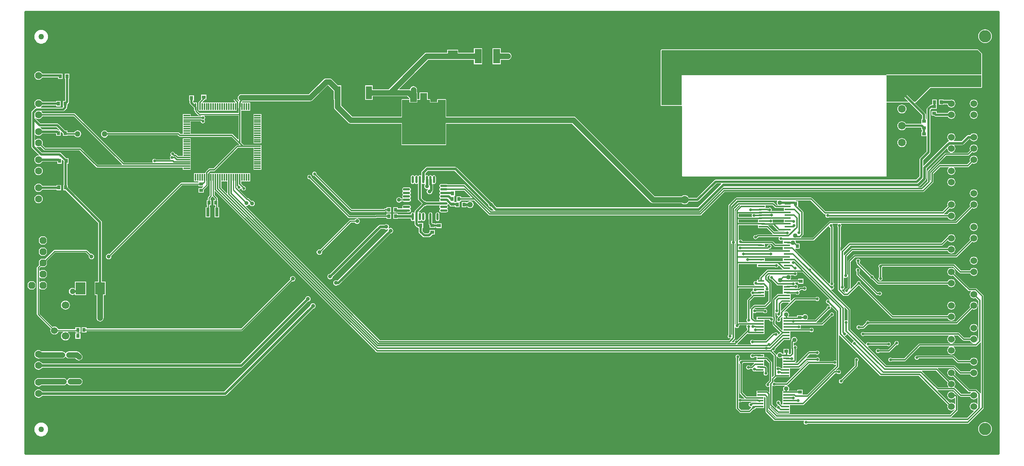
<source format=gbr>
%FSTAX23Y23*%
%MOIN*%
%SFA1B1*%

%IPPOS*%
%AMD38*
4,1,8,-0.031000,-0.012900,-0.012900,-0.031000,0.012900,-0.031000,0.031000,-0.012900,0.031000,0.012900,0.012900,0.031000,-0.012900,0.031000,-0.031000,0.012900,-0.031000,-0.012900,0.0*
%
%ADD10R,0.027560X0.035430*%
%ADD11R,0.035430X0.027560*%
%ADD12R,0.035430X0.031500*%
%ADD13R,0.059060X0.078740*%
%ADD14R,0.149610X0.078740*%
%ADD15R,0.061020X0.129920*%
%ADD16R,0.085830X0.059840*%
%ADD17R,0.058000X0.014000*%
%ADD18R,0.031500X0.035430*%
%ADD19R,0.085000X0.107990*%
%ADD20R,0.055120X0.118110*%
%ADD21R,0.011810X0.059060*%
%ADD22R,0.059060X0.011810*%
%ADD23R,0.028000X0.079000*%
%ADD24O,0.021650X0.064960*%
%ADD25O,0.064960X0.021650*%
%ADD26C,0.024000*%
%ADD27C,0.012000*%
%ADD28C,0.020000*%
%ADD29C,0.050000*%
%ADD30C,0.051180*%
%ADD31C,0.010000*%
%ADD32C,0.025000*%
%ADD33C,0.106300*%
%ADD34C,0.067870*%
%ADD35C,0.060000*%
%ADD36C,0.110240*%
%ADD37C,0.062990*%
G04~CAMADD=38~4~0.0~0.0~620.0~620.0~0.0~181.6~0~0.0~0.0~0.0~0.0~0~0.0~0.0~0.0~0.0~0~0.0~0.0~0.0~135.0~620.0~620.0*
%ADD38D38*%
%ADD39C,0.066930*%
%ADD40C,0.050000*%
%ADD41C,0.035430*%
%ADD42C,0.025000*%
%ADD43C,0.036000*%
%ADD44C,0.040000*%
%ADD45C,0.070000*%
%LNeurocard_vme_3u_(3.937_x_8.660_inches)-1*%
%LPD*%
G36*
X1266Y06D02*
X04D01*
Y09937*
X1266*
Y06*
G37*
%LNeurocard_vme_3u_(3.937_x_8.660_inches)-2*%
%LPC*%
G36*
X1254Y09783D02*
X12528Y09782D01*
X12516Y09778*
X12505Y09772*
X12496Y09765*
X12489Y09756*
X12483Y09745*
X12479Y09733*
X12478Y09722*
X12479Y0971*
X12483Y09698*
X12489Y09687*
X12496Y09678*
X12505Y09671*
X12516Y09665*
X12528Y09661*
X1254Y0966*
X12551Y09661*
X12563Y09665*
X12574Y09671*
X12583Y09678*
X1259Y09687*
X12596Y09698*
X126Y0971*
X12601Y09722*
X126Y09733*
X12596Y09745*
X1259Y09756*
X12583Y09765*
X12574Y09772*
X12563Y09778*
X12551Y09782*
X1254Y09783*
G37*
G36*
X0414Y09778D02*
X04128Y09777D01*
X04116Y09773*
X04106Y09767*
X04096Y0976*
X04089Y09751*
X04083Y0974*
X04079Y09728*
X04078Y09717*
X04079Y09705*
X04083Y09693*
X04089Y09683*
X04096Y09673*
X04106Y09666*
X04116Y0966*
X04128Y09656*
X0414Y09655*
X04151Y09656*
X04163Y0966*
X04174Y09666*
X04183Y09673*
X0419Y09683*
X04196Y09693*
X042Y09705*
X04201Y09717*
X042Y09728*
X04196Y0974*
X0419Y09751*
X04183Y0976*
X04174Y09767*
X04163Y09773*
X04151Y09777*
X0414Y09778*
G37*
G36*
X08064Y09613D02*
X07991D01*
Y09574*
X0785*
Y096*
X07753*
Y09574*
X0757*
X07561Y09573*
X07554Y0957*
X07547Y09565*
X07232Y09249*
X07091*
Y09283*
X07024*
Y09153*
X07091*
Y09187*
X07396*
X07417Y09167*
Y0916*
X07351*
X07347Y09158*
X07345Y09154*
Y09005*
X06906*
X06808Y09103*
Y09153*
X06811*
Y09283*
X06781*
X06727Y09337*
X0672Y09342*
X06713Y09345*
X06705Y09346*
X06675*
X06666Y09345*
X06659Y09342*
X06653Y09337*
X0652Y09205*
X05921*
X05913Y09204*
X05905Y09201*
X05901Y09197*
X05899*
Y09196*
X05899Y09196*
X05894Y09189*
X05891Y09182*
X0589Y09174*
X05891Y09165*
X05894Y09158*
X05897Y09154*
X05899Y0915*
X05898Y09146*
X05892Y09146*
X05878Y09159*
Y09174*
X05877Y09178*
X05875Y09182*
X05871Y09185*
X05866Y09186*
X05861Y09185*
X05857Y09182*
X05855Y09178*
X05854Y09174*
Y09154*
X05855Y09149*
X05857Y09145*
X05868Y09135*
X05866Y0913*
X05576*
X05574Y09135*
X05596Y09157*
X05609*
Y09201*
X05562*
Y09157*
X05559Y09154*
X05544Y09139*
X05541Y09135*
X05541Y09131*
Y09094*
X05541Y09093*
Y09059*
X05879*
Y0908*
X05884Y09083*
X05887Y09082*
X0589Y09083*
X05895Y0908*
Y09037*
X05549*
X05527Y09059*
Y09092*
X05527Y09093*
X05527Y09094*
X05526Y09101*
X05525Y09102*
Y0913*
X05501*
X05497Y09132*
X05493Y09135*
Y09148*
X05499*
Y09195*
X05455*
Y09148*
X05461*
Y09129*
X05462Y09122*
X05465Y09117*
X055Y09083*
X05501Y09082*
Y09059*
X05505*
Y09054*
Y09054*
X05506Y0905*
X05508Y09046*
X05537Y09018*
X0554Y09015*
X05545Y09014*
X05559*
X05562Y09009*
X05561Y09008*
X0547*
Y09028*
X05399*
Y09004*
Y08965*
Y08925*
Y08886*
Y08851*
X05378*
X05368Y08861*
X05364Y08863*
X0536Y08864*
X04731*
X04731Y08865*
X04726Y08872*
X04719Y08877*
X04712Y0888*
X04704Y08881*
X04695Y0888*
X04688Y08877*
X04681Y08872*
X04677Y08865*
X04673Y08858*
X04672Y0885*
X04673Y08841*
X04677Y08834*
X04681Y08827*
X04688Y08823*
X04695Y08819*
X04704Y08818*
X04712Y08819*
X04719Y08823*
X04726Y08827*
X04731Y08834*
X04733Y0884*
X05354*
X05364Y0883*
X05364*
X05368Y08827*
X05373Y08826*
X05832*
X05898Y0876*
X05902Y08757*
X059Y08752*
X05887*
X05883Y08751*
X05879Y08749*
X05674Y08544*
X05638*
X05634Y08543*
X0563Y0854*
X05605Y08515*
X05602Y08511*
X05601Y08507*
Y085*
X05501*
Y08429*
X05536*
X0554Y08426*
Y08417*
X05387*
X05383Y08416*
X05379Y08414*
X04747Y07781*
X0474Y07783*
X0473Y07781*
X04723Y07776*
X04717Y07768*
X04716Y07759*
X04717Y07749*
X04723Y07742*
X0473Y07736*
X0474Y07735*
X04749Y07736*
X04757Y07742*
X04762Y07749*
X04764Y07759*
X04762Y07766*
X05392Y08395*
X0554*
Y08386*
X0558*
X05582Y08381*
X05567Y08367*
X0554*
Y08327*
X05587*
Y08355*
X0562Y08387*
X05622Y08391*
X05623Y08395*
Y08429*
X05624*
Y0846*
X05625Y08462*
X05626Y08466*
Y08502*
X05644Y08519*
X05679*
X05683Y0852*
X05687Y08523*
X05892Y08728*
X06029*
Y08689*
Y0865*
Y0861*
Y08571*
Y08531*
X061*
Y08551*
Y08591*
Y0863*
Y08669*
Y08709*
Y08752*
X06066*
X06064Y08752*
X05941*
X05919Y08774*
Y09026*
Y09059*
X05998*
Y0913*
X05927*
X05925Y09135*
X0593Y0914*
X05932Y09142*
X06533*
X06541Y09143*
X06548Y09147*
X06555Y09151*
X06687Y09283*
X06692*
X06744Y09232*
Y09153*
X06746*
Y0909*
X06747Y09082*
X0675Y09074*
X06755Y09068*
X06872Y08951*
X06878Y08946*
X06885Y08943*
X06894Y08942*
X07345*
Y08759*
X07347Y08754*
X07351Y08752*
X07402*
X07407Y08751*
X07411Y08752*
X07738*
X07743Y08754*
X07744Y08759*
Y08942*
X08864*
X09563Y08242*
X0957Y08238*
X09577Y08234*
X09586Y08233*
X09839*
X09845Y08229*
X09855Y08225*
X09866Y08223*
X09876Y08225*
X09886Y08229*
X09895Y08235*
X09901Y08244*
X09903Y08248*
X09981*
X09987Y0825*
X09992Y08253*
X10149Y0841*
X10189*
X10191Y08406*
X09982Y08197*
X08193*
X08165Y08225*
X08164Y08231*
X08159Y08239*
X08151Y08244*
X08145Y08245*
X07837Y08552*
X07831Y08556*
X07825Y08558*
X07574*
X07567Y08556*
X07561Y08552*
X07528Y0852*
X07524Y08514*
X07522Y08507*
X07523*
Y08483*
X07518Y0848*
X07516Y08481*
X07509Y08483*
X07503Y08481*
X07497Y08478*
X07496Y08476*
X07491*
X0749Y08478*
X07484Y08481*
X07478Y08483*
X07471Y08481*
X07466Y08478*
X07465Y08476*
X0746*
X07458Y08478*
X07453Y08481*
X07446Y08483*
X0744Y08481*
X07434Y08478*
X07431Y08472*
X07429Y08466*
Y08422*
X07431Y08416*
X07434Y0841*
X0744Y08406*
X07446Y08405*
X07453Y08406*
X07458Y0841*
X0746Y08412*
X07465*
X07466Y0841*
X07471Y08406*
X07478Y08405*
X07484Y08406*
X07488Y08409*
X07493Y08407*
Y08272*
X07494Y08266*
X07498Y0826*
X07526Y08232*
X07526Y08231*
X07526Y08229*
X07466Y08169*
X07463Y08164*
X07462Y08158*
Y0815*
X07457Y08148*
X07453Y08151*
X07446Y08152*
X0744Y08151*
X07434Y08147*
X07431Y08141*
X07429Y08135*
Y08135*
X07313*
Y0814*
X07273*
Y08093*
X07313*
Y08098*
X07429*
Y08091*
X07431Y08085*
X07434Y08079*
X0744Y08076*
X07446Y08074*
X07453Y08076*
X07457Y08078*
X07462Y08076*
Y08049*
X07463Y08043*
X07466Y08038*
X07482Y08022*
X07487Y08019*
X07494Y08017*
X07494*
Y0801*
X075*
Y07978*
X07501Y07972*
X07504Y07967*
X07536Y07935*
X07541Y07932*
X07548Y0793*
X07591*
X07597Y07932*
X07602Y07935*
X07624Y07956*
X07644*
Y07996*
X07597*
Y07975*
X07584Y07963*
X07554*
X07532Y07985*
Y0801*
X07538*
Y08057*
X07494*
X07494Y08062*
Y08076*
X07499Y08078*
X07503Y08076*
X07509Y08074*
X07516Y08076*
X07521Y08079*
X07523Y08081*
X07528*
X07529Y08079*
X07534Y08076*
X07541Y08074*
X07547Y08076*
X07553Y08079*
X07557Y08085*
X07558Y08091*
Y08135*
X07557Y08141*
X07553Y08147*
X07547Y08151*
X07541Y08152*
X07534Y08151*
X07529Y08147*
X07528Y08145*
X07523*
X07521Y08147*
X07516Y08151*
X07509Y08152*
X07503Y08151*
X07503Y08151*
X07498Y08153*
X07497Y08154*
X0755Y08207*
X07559Y08209*
X07567Y08214*
X07567Y08215*
X07685*
X07687Y0821*
X07684Y08206*
X07683Y082*
X07684Y08193*
X07688Y08188*
X0769Y08187*
Y08182*
X07688Y0818*
X07684Y08175*
X07683Y08168*
X07684Y08162*
X07688Y08156*
X07694Y08153*
X077Y08151*
X07744*
X0775Y08153*
X07756Y08156*
X07759Y08162*
X07761Y08168*
X07759Y08175*
X07756Y0818*
X07754Y08182*
Y08187*
X07756Y08188*
X07759Y08193*
X07761Y082*
X07759Y08206*
X07756Y08212*
X07754Y08213*
Y08218*
X07756Y08219*
X07759Y08224*
X0776Y08225*
X07764Y08226*
X07776Y08215*
Y08206*
X07823*
X07823Y08201*
Y08198*
X07863*
Y08245*
X07867Y08247*
X07876*
Y08258*
X07991*
X08122Y08128*
X08125Y08126*
X0813Y08125*
X10007*
X10012Y08126*
X10016Y08128*
X10221Y08333*
X11988*
X11992Y08334*
X11996Y08337*
X12076Y08417*
X12079Y08421*
X1208Y08426*
Y08495*
X1214Y08555*
X12216*
X12218Y0855*
X12214Y08547*
X12208Y0854*
X12205Y08531*
X12203Y08522*
X12205Y08512*
X12208Y08503*
X12214Y08496*
X12221Y0849*
X1223Y08487*
X1224Y08485*
X12249Y08487*
X12258Y0849*
X12265Y08496*
X12271Y08503*
X12274Y08512*
X12276Y08522*
X12274Y08531*
X12271Y0854*
X12265Y08547*
X12261Y0855*
X12263Y08555*
X12386*
X1239Y08556*
X12394Y08559*
X12424Y08589*
X1243Y08587*
X1244Y08585*
X12449Y08587*
X12458Y0859*
X12465Y08596*
X12471Y08603*
X12474Y08612*
X12476Y08622*
X12474Y08631*
X12471Y0864*
X12465Y08647*
X12458Y08653*
X12449Y08656*
X1244Y08658*
X1243Y08656*
X12421Y08653*
X12414Y08647*
X12408Y0864*
X12405Y08631*
X12403Y08622*
X12405Y08612*
X12407Y08606*
X1238Y0858*
X12135*
X1213Y08579*
X12126Y08576*
X12059Y08509*
X12056Y08505*
X12055Y08501*
Y08435*
X12055Y08434*
X1205Y08437*
Y08513*
X12194Y08657*
X12388*
X12392Y08658*
X12396Y08661*
X12424Y08689*
X1243Y08687*
X1244Y08685*
X12449Y08687*
X12458Y0869*
X12465Y08696*
X12471Y08703*
X12474Y08712*
X12476Y08722*
X12474Y08731*
X12471Y0874*
X12465Y08747*
X12458Y08753*
X12449Y08756*
X1244Y08758*
X1243Y08756*
X12421Y08753*
X12414Y08747*
X12408Y0874*
X12405Y08731*
X12403Y08722*
X12405Y08712*
X12407Y08706*
X12382Y08682*
X1225*
X12249Y08687*
X12258Y0869*
X12265Y08696*
X12271Y08703*
X12274Y08712*
X12276Y08722*
X12274Y08731*
X12271Y0874*
X12266Y08746*
X12267Y08751*
X12337*
X12337*
X12344Y08753*
X1235Y08757*
X12397Y08803*
X12408*
X12414Y08796*
X12421Y0879*
X1243Y08787*
X1244Y08785*
X12449Y08787*
X12458Y0879*
X12465Y08796*
X12471Y08803*
X12474Y08812*
X12476Y08822*
X12474Y08831*
X12471Y0884*
X12465Y08847*
X12458Y08853*
X12449Y08856*
X1244Y08858*
X1243Y08856*
X12421Y08853*
X12414Y08847*
X12408Y0884*
X1239*
X12383Y08838*
X12377Y08834*
X1233Y08788*
X12263*
X12261Y08793*
X12265Y08796*
X12271Y08803*
X12274Y08812*
X12276Y08822*
X12274Y08831*
X12271Y0884*
X12265Y08847*
X12258Y08853*
X12249Y08856*
X1224Y08858*
X1223Y08856*
X12221Y08853*
X12214Y08847*
X12208Y0884*
X12205Y08831*
X12203Y08822*
X12205Y08812*
X12208Y08803*
X12214Y08796*
X12218Y08792*
X12217Y08787*
X12213Y08786*
X12207Y08782*
X11993Y08569*
X11989Y08571*
Y08617*
X12048Y08676*
X12051Y08681*
X12053Y08688*
Y09066*
X12062Y09075*
X12109*
Y09112*
X12111*
Y09159*
X12071*
Y09115*
X12062*
Y09111*
X12059*
X12053Y0911*
X12048Y09106*
X12025Y09084*
X12022Y09079*
X1202Y09073*
Y08987*
X1202Y08984*
X12014Y08984*
X12012Y08986*
Y09024*
X1201Y0903*
X12007Y09036*
X11917Y09125*
X11919Y09131*
X11922Y09132*
X12046Y09256*
X12052Y09262*
X12507*
X12511Y09264*
X12513Y09269*
Y09374*
X12512Y09375*
Y09377*
X12512Y09377*
X12511Y09378*
X12512Y09379*
X12513Y0938*
X12513Y09381*
X12513Y09382*
Y09566*
X12511Y0957*
X12479Y09602*
X12475Y09604*
X09662*
X09662*
X0966Y09603*
X09658Y09602*
X09654Y09598*
X09653Y09596*
X09652Y09594*
X09652Y09107*
X09653Y09104*
X09654Y09102*
X09657Y09101*
X09659Y091*
X0984*
X0984Y091*
X09844Y09097*
Y08478*
X09846Y08473*
X09851Y08471*
X11658*
X11662Y08473*
X11664Y08478*
Y0913*
X11854*
X11855Y09131*
X11856*
X11857Y09131*
X11858Y09132*
X11862Y09133*
X11864Y09133*
X11979Y09018*
Y08983*
X11972*
Y08945*
Y08943*
X11969Y0894*
X11836*
X11834Y08943*
X11828Y08952*
X1182Y08958*
X1181Y08962*
X118Y08963*
X11789Y08962*
X11779Y08958*
X11771Y08952*
X11765Y08943*
X11761Y08934*
X11759Y08923*
X11761Y08913*
X11765Y08903*
X11771Y08895*
X11779Y08888*
X11789Y08884*
X118Y08883*
X1181Y08884*
X1182Y08888*
X11828Y08895*
X11834Y08903*
X11836Y08907*
X11969*
X11972Y08905*
Y08884*
X11979*
Y08872*
X11972*
Y08832*
X12019*
X1202Y08828*
Y08694*
X11961Y08635*
X11958Y0863*
X11956Y08624*
Y08473*
X11926Y08443*
X10142*
X10136Y08441*
X10131Y08438*
X09974Y08281*
X09903*
X09901Y08285*
X09895Y08294*
X09886Y083*
X09876Y08304*
X09866Y08306*
X09855Y08304*
X09845Y083*
X09839Y08296*
X09598*
X08899Y08995*
X08893Y09*
X08885Y09003*
X08877Y09004*
X07744*
Y09154*
X07743Y09158*
X07738Y0916*
X07668*
X07664Y09158*
X07662Y09154*
Y09137*
X07604*
Y09154*
X07602Y09158*
X07598Y0916*
X07578*
Y09221*
X07507*
Y0916*
X07487*
Y09221*
X07483*
Y09245*
X07482Y09254*
X07479Y09261*
X07475Y09266*
Y09268*
X07474*
X07468Y09272*
X0746Y09276*
X07452Y09277*
X07444Y09276*
X07436Y09272*
X0743Y09268*
X07428*
Y09265*
X07425Y09261*
X07422Y09254*
X07421Y09251*
X07421Y0925*
X07416Y09249*
X07409Y09249*
X07327*
X07325Y09254*
X07582Y09511*
X07991*
Y09472*
X08064*
Y09613*
G37*
G36*
X0823D02*
X08157D01*
Y09472*
X0823*
Y09511*
X08292*
X083Y09512*
X08307Y09515*
X08314Y0952*
X08319Y09527*
X08319Y09527*
X08321Y09529*
X08324Y09536*
X08325Y09545*
X08324Y09553*
X08321Y0956*
X08316Y09567*
X08309Y09572*
X08302Y09575*
X08294Y09576*
X08285Y09575*
X08285Y09574*
X0823*
Y09613*
G37*
G36*
X04116Y09409D02*
X04106Y09408D01*
X04097Y09404*
X04089Y09398*
X04083Y0939*
X04079Y09381*
X04078Y09372*
X04079Y09362*
X04083Y09353*
X04089Y09345*
X04097Y09339*
X04106Y09335*
X04116Y09334*
X04125Y09335*
X04134Y09339*
X04142Y09345*
X04148Y09353*
X04149Y09355*
X04291*
Y0934*
X04331*
Y09387*
X04306*
X04303Y09388*
X04149*
X04148Y0939*
X04142Y09398*
X04134Y09404*
X04125Y09408*
X04116Y09409*
G37*
G36*
X0439Y09387D02*
X0435D01*
Y0934*
X04354*
Y09143*
X04354Y09143*
X04333*
Y09096*
X04334Y09091*
X04328Y09085*
X04138*
X04136Y0909*
X04142Y09095*
X04148Y09103*
X04149Y09105*
X04274*
Y09096*
X04314*
Y09143*
X04274*
Y09138*
X04149*
X04148Y0914*
X04142Y09148*
X04134Y09154*
X04125Y09158*
X04116Y09159*
X04106Y09158*
X04097Y09154*
X04089Y09148*
X04083Y0914*
X04079Y09131*
X04078Y09122*
X04079Y09112*
X04083Y09103*
X04089Y09095*
X04095Y0909*
X04094Y09085*
X0409Y09084*
X04084Y0908*
X04057Y09053*
X04053Y09047*
X04052Y09041*
Y08984*
Y08739*
X04053Y08733*
X04057Y08727*
X0412Y08664*
X04118Y08659*
X04116Y08659*
X04106Y08658*
X04097Y08654*
X04089Y08648*
X04083Y0864*
X04079Y08631*
X04078Y08622*
X04079Y08612*
X04083Y08603*
X04089Y08595*
X04097Y08589*
X04106Y08585*
X04116Y08584*
X04125Y08585*
X04134Y08589*
X04142Y08595*
X04148Y08603*
X04148Y08603*
X04284*
Y08586*
X04324*
Y08619*
X04328Y08621*
X04341Y08609*
X0434Y08603*
Y08396*
X04336*
Y08349*
X04357*
X04647Y08058*
Y07533*
X04615*
Y07414*
X04632*
Y07211*
X04633Y07202*
X04637Y07195*
X04641Y07188*
X04648Y07184*
X04655Y0718*
X04664Y07179*
X04672Y0718*
X04679Y07184*
X04686Y07188*
X04691Y07195*
X04694Y07202*
X04695Y07211*
Y07414*
X04712*
Y07533*
X0468*
Y08065*
X04678Y08071*
X04675Y08076*
X04376Y08376*
Y08396*
X04372*
Y08586*
X04383*
Y08633*
X04362*
X04316Y0868*
X0431Y08683*
X04304Y08685*
X04145*
X04096Y08734*
X04099Y08738*
X04106Y08735*
X04116Y08734*
X04125Y08735*
X04132Y08738*
X04163Y08707*
X04167Y08704*
X04172Y08703*
X0448*
X04629Y08554*
X04633Y08552*
X04638Y08551*
X05399*
Y08531*
X0547*
Y08571*
Y0861*
Y0865*
Y08689*
Y08728*
Y08768*
Y08811*
X05399*
Y08768*
Y08728*
Y08689*
Y08654*
X05358*
X05345Y08667*
X05341Y0867*
X05336Y08671*
X05333*
X05328Y08673*
X05327Y0868*
X05323Y08686*
X05317Y0869*
X0531Y08691*
X05302Y0869*
X05296Y08686*
X05292Y0868*
X05291Y08673*
X05292Y08665*
X05294Y08662*
X05296Y08659*
X05293Y08656*
X0529Y08654*
X05286Y08648*
X05285Y08641*
X05286Y08633*
X0529Y08627*
X05291Y08627*
X0529Y08622*
X05162*
X05161Y08623*
X05155Y08627*
X05148Y08628*
X0514Y08627*
X05134Y08623*
X0513Y08617*
X05129Y0861*
X0513Y08602*
X05132Y086*
X05129Y08595*
X04877*
X04442Y0903*
X04438Y09033*
X04434Y09034*
X04151*
X04148Y0904*
X04143Y09048*
X04143Y09052*
X04144Y09053*
X04335*
X04341Y09054*
X04346Y09057*
X04365Y09076*
X04368Y09081*
X04369Y09087*
Y09096*
X04373*
Y09116*
X04382Y09125*
X04385Y0913*
X04386Y09137*
Y0934*
X0439*
Y09387*
G37*
G36*
X1244Y09158D02*
X1243Y09156D01*
X12421Y09153*
X12414Y09147*
X12408Y0914*
X12405Y09131*
X12403Y09122*
X12405Y09112*
X12408Y09103*
X12414Y09096*
X12421Y0909*
X1243Y09087*
X1244Y09085*
X12449Y09087*
X12458Y0909*
X12465Y09096*
X12471Y09103*
X12474Y09112*
X12476Y09122*
X12474Y09131*
X12471Y0914*
X12465Y09147*
X12458Y09153*
X12449Y09156*
X1244Y09158*
G37*
G36*
X1217Y09159D02*
X1213D01*
Y09112*
X12148*
X12149Y09111*
X12156Y0911*
X12163Y09111*
X12164Y09112*
X1217*
Y09115*
X12204*
X12205Y09112*
X12208Y09103*
X12214Y09096*
X12221Y0909*
X1223Y09087*
X1224Y09085*
X12249Y09087*
X12258Y0909*
X12265Y09096*
X12271Y09103*
X12274Y09112*
X12276Y09122*
X12274Y09131*
X12271Y0914*
X12265Y09147*
X12258Y09153*
X12249Y09156*
X1224Y09158*
X1223Y09156*
X12221Y09153*
X12221Y09153*
X1217*
Y09159*
G37*
G36*
X1224Y09058D02*
X1223Y09056D01*
X12221Y09053*
X12214Y09047*
X12208Y0904*
X12207Y09038*
X12109*
Y09056*
X12062*
Y09016*
X12082*
X12089Y0901*
X12094Y09007*
X121Y09005*
X12207*
X12208Y09003*
X12214Y08996*
X12221Y0899*
X1223Y08987*
X1224Y08985*
X12249Y08987*
X12258Y0899*
X12265Y08996*
X12271Y09003*
X12274Y09012*
X12276Y09022*
X12274Y09031*
X12271Y0904*
X12265Y09047*
X12258Y09053*
X12249Y09056*
X1224Y09058*
G37*
G36*
X118Y09113D02*
X11789Y09112D01*
X11779Y09108*
X11771Y09102*
X11765Y09093*
X11761Y09084*
X11759Y09073*
X11761Y09063*
X11765Y09053*
X11771Y09045*
X11779Y09038*
X11789Y09034*
X118Y09033*
X1181Y09034*
X1182Y09038*
X11828Y09045*
X11834Y09053*
X11838Y09063*
X1184Y09073*
X11838Y09084*
X11834Y09093*
X11828Y09102*
X1182Y09108*
X1181Y09112*
X118Y09113*
G37*
G36*
X1244Y09058D02*
X1243Y09056D01*
X12421Y09053*
X12414Y09047*
X12408Y0904*
X12405Y09031*
X12403Y09022*
X12405Y09012*
X12408Y09003*
X12414Y08996*
X12421Y0899*
X1243Y08987*
X1244Y08985*
X12449Y08987*
X12458Y0899*
X12465Y08996*
X12471Y09003*
X12474Y09012*
X12476Y09022*
X12474Y09031*
X12471Y0904*
X12465Y09047*
X12458Y09053*
X12449Y09056*
X1244Y09058*
G37*
G36*
X061Y09028D02*
X06029D01*
Y09004*
Y08965*
Y08925*
Y08886*
Y08846*
Y08807*
Y08768*
X061*
Y08807*
Y08846*
Y08886*
Y08925*
Y08965*
Y09004*
Y09028*
G37*
G36*
X118Y08813D02*
X11789Y08812D01*
X11779Y08808*
X11771Y08802*
X11765Y08793*
X11761Y08784*
X11759Y08773*
X11761Y08763*
X11765Y08753*
X11771Y08745*
X11779Y08738*
X11789Y08734*
X118Y08733*
X1181Y08734*
X1182Y08738*
X11828Y08745*
X11834Y08753*
X11838Y08763*
X1184Y08773*
X11838Y08784*
X11834Y08793*
X11828Y08802*
X1182Y08808*
X1181Y08812*
X118Y08813*
G37*
G36*
X04116Y08559D02*
X04106Y08558D01*
X04097Y08554*
X04089Y08548*
X04083Y0854*
X04079Y08531*
X04078Y08522*
X04079Y08512*
X04083Y08503*
X04089Y08495*
X04097Y08489*
X04106Y08485*
X04116Y08484*
X04125Y08485*
X04134Y08489*
X04142Y08495*
X04148Y08503*
X04152Y08512*
X04153Y08522*
X04152Y08531*
X04148Y0854*
X04142Y08548*
X04134Y08554*
X04125Y08558*
X04116Y08559*
G37*
G36*
X1224Y08458D02*
X1223Y08456D01*
X12221Y08453*
X12214Y08447*
X12208Y0844*
X12205Y08431*
X12203Y08422*
X12205Y08412*
X12208Y08403*
X12214Y08396*
X12221Y0839*
X1223Y08387*
X1224Y08385*
X12249Y08387*
X12258Y0839*
X12265Y08396*
X12271Y08403*
X12274Y08412*
X12276Y08422*
X12274Y08431*
X12271Y0844*
X12265Y08447*
X12258Y08453*
X12249Y08456*
X1224Y08458*
G37*
G36*
X04116Y08409D02*
X04106Y08408D01*
X04097Y08404*
X04089Y08398*
X04083Y0839*
X04079Y08381*
X04078Y08372*
X04079Y08362*
X04083Y08353*
X04089Y08345*
X04097Y08339*
X04106Y08335*
X04116Y08334*
X04125Y08335*
X04134Y08339*
X04142Y08345*
X04148Y08353*
X04149Y08355*
X04277*
Y08349*
X04317*
Y08396*
X04277*
Y08388*
X04149*
X04148Y0839*
X04142Y08398*
X04134Y08404*
X04125Y08408*
X04116Y08409*
G37*
G36*
X05998Y085D02*
X05639D01*
Y08429*
X0564*
Y08303*
X05626Y08289*
X05624Y08285*
X05623Y08281*
Y0826*
X05614*
Y08213*
X05616*
Y08198*
X05602*
Y08108*
X05642*
Y08198*
X05638*
Y08213*
X05654*
Y0826*
X05645*
Y08276*
X05659Y0829*
X0566Y08292*
X05665Y08293*
X05666Y08293*
X05686Y08274*
Y0826*
X05673*
Y08213*
X0569*
X0569Y08213*
Y08198*
X05682*
Y08108*
X05722*
Y08198*
X05712*
Y08213*
X05713*
Y0826*
X05708*
Y08278*
X05707Y08283*
X05705Y08286*
X05682Y08309*
Y08341*
X05687Y08343*
X07121Y06909*
X07125Y06906*
X07129Y06905*
X10628*
X1066Y06873*
Y067*
X10661Y06697*
X10647Y06683*
X10643Y06685*
Y06814*
X10642Y06818*
X10639Y06822*
X10603Y06858*
X10599Y06861*
X10595Y06862*
X10579*
X10574Y06863*
Y06867*
Y06888*
X1054*
X10539Y06889*
X10493*
X10488Y06888*
X10484Y06885*
X1048Y06887*
X10476Y0689*
X10469Y06891*
X10461Y0689*
X10455Y06886*
X10451Y0688*
X1045Y06873*
X10451Y06865*
X10455Y06859*
X10461Y06855*
X10469Y06854*
X10476Y06855*
X10482Y06859*
X10483Y0686*
X10489*
X10493Y06861*
X10497Y06864*
X10498Y06864*
X105*
X10505Y06862*
Y06858*
Y06837*
X105Y06836*
X10377*
X10372Y06835*
X10371Y06834*
X10369Y06834*
X10361Y06833*
X10355Y06829*
X10353Y06826*
X10348Y06827*
Y0685*
X10351Y06851*
X10355Y06857*
X10356Y06865*
X10355Y06872*
X10351Y06878*
X10345Y06882*
X10338Y06883*
X1033Y06882*
X10324Y06878*
X1032Y06872*
X10319Y06865*
X1032Y06857*
X10324Y06852*
Y06405*
X10325Y06401*
X10328Y06397*
X10356Y06369*
X10359Y06366*
X10364Y06365*
X10364*
X10443*
X10447Y06366*
X10451Y06369*
X10478Y06396*
X10481Y06396*
X10488Y06397*
X10494Y06401*
X10498Y06407*
X10498Y06409*
X10505*
Y06409*
X10574*
Y06455*
Y06459*
Y0646*
Y06485*
Y06506*
X10579Y06508*
X10585Y06502*
Y06377*
Y06377*
X10586Y06373*
X10589Y06369*
X10659Y06299*
X10663Y06296*
X10668Y06295*
X10927*
X1093Y0629*
X10927Y06287*
X10926Y0628*
X10927Y06272*
X10931Y06266*
X10937Y06262*
X10945Y06261*
X10952Y06262*
X10958Y06266*
X10959Y06267*
X12385*
X12389Y06268*
X12393Y06271*
X12523Y06401*
X12526Y06405*
X12527Y0641*
Y07406*
X12526Y0741*
X12523Y07414*
X12465Y07472*
X12462Y07475*
X12457Y07476*
X12403*
X12272Y07606*
X12274Y07612*
X12276Y07622*
X12274Y07631*
X12271Y0764*
X12265Y07647*
X12258Y07653*
X12249Y07656*
X1224Y07658*
X1223Y07656*
X12221Y07653*
X12214Y07647*
X12208Y0764*
X12205Y07631*
X12203Y07622*
X12205Y07612*
X12208Y07603*
X12214Y07596*
X12221Y0759*
X1223Y07587*
X1224Y07585*
X12249Y07587*
X12255Y07589*
X12389Y07455*
X12393Y07452*
X12398Y07451*
X12398*
X12412*
X12413Y07446*
X12408Y0744*
X12405Y07431*
X12403Y07422*
X12405Y07412*
X12408Y07403*
X12414Y07396*
X12421Y0739*
X1243Y07387*
X1244Y07385*
X12449Y07387*
X12455Y07389*
X12481Y07362*
Y07011*
X12478Y07007*
X12473Y0701*
X12474Y07012*
X12476Y07022*
X12474Y07031*
X12471Y0704*
X12465Y07047*
X12458Y07053*
X12449Y07056*
X1244Y07058*
X1243Y07056*
X12421Y07053*
X12414Y07047*
X12408Y0704*
X12406Y07034*
X12354*
X12309Y07078*
X12305Y07081*
X12301Y07082*
X12296Y07081*
X12294Y0708*
X11467*
X11466Y07081*
X1146Y07085*
X11453Y07086*
X11445Y07085*
X11439Y07081*
X11435Y07075*
X11434Y07068*
X11435Y0706*
X11439Y07054*
X11445Y0705*
X11453Y07049*
X1146Y0705*
X11466Y07054*
X11467Y07055*
X12216*
X12218Y0705*
X12214Y07047*
X12208Y0704*
X12205Y07031*
X12203Y07022*
X12205Y07012*
X12208Y07003*
X12214Y06996*
X12221Y0699*
X1223Y06987*
X12229Y06982*
X11956*
X11951Y06981*
X11947Y06978*
X11819Y06851*
X11712*
X11711Y06852*
X11705Y06856*
X11698Y06857*
X1169Y06856*
X11684Y06852*
X1168Y06846*
X11679Y06839*
X1168Y06831*
X11684Y06825*
X1169Y06821*
X11698Y0682*
X11705Y06821*
X11711Y06825*
X11712Y06826*
X11825*
X11829Y06827*
X11833Y0683*
X11961Y06957*
X12219*
X12221Y06955*
X12221Y06952*
X12214Y06947*
X12208Y0694*
X12205Y06931*
X12203Y06922*
X12205Y06912*
X12208Y06903*
X12214Y06896*
X12221Y0689*
X1223Y06887*
X1224Y06885*
X12249Y06887*
X12258Y0689*
X12265Y06896*
X12271Y06903*
X12274Y06912*
X12276Y06922*
X12274Y06931*
X12271Y0694*
X12265Y06947*
X12258Y06952*
X12258Y06955*
X1226Y06957*
X12458*
X12462Y06958*
X12466Y06961*
X12497Y06992*
X12502Y0699*
Y06543*
X12501Y06542*
X12495Y06542*
X12465Y06572*
X12462Y06575*
X12457Y06576*
X12403*
X12272Y06706*
X12274Y06712*
X12276Y06722*
X12274Y06731*
X12271Y0674*
X12265Y06747*
X12258Y06753*
X12249Y06756*
X1224Y06758*
X1223Y06756*
X12221Y06753*
X12214Y06747*
X12208Y0674*
X12205Y06731*
X12203Y06722*
X12205Y06712*
X12208Y06703*
X12214Y06696*
X12221Y0669*
X1223Y06687*
X1224Y06685*
X12249Y06687*
X12255Y06689*
X12389Y06555*
X12393Y06552*
X12398Y06551*
X12398*
X12412*
X12413Y06546*
X12408Y0654*
X12406Y06534*
X12328*
X12273Y06588*
X12269Y06591*
X12267Y06591*
X12266Y06594*
X12266Y06597*
X12271Y06603*
X12274Y06612*
X12276Y06622*
X12274Y06631*
X12271Y0664*
X12265Y06647*
X12258Y06653*
X12249Y06656*
X1224Y06658*
X1223Y06656*
X12224Y06654*
X12119Y06759*
X12121Y06764*
X12258*
X1231Y06713*
X12314Y0671*
X12319Y06709*
X12406*
X12408Y06703*
X12414Y06696*
X12421Y0669*
X1243Y06687*
X1244Y06685*
X12449Y06687*
X12458Y0669*
X12465Y06696*
X12471Y06703*
X12474Y06712*
X12476Y06722*
X12474Y06731*
X12471Y0674*
X12465Y06747*
X12458Y06753*
X12449Y06756*
X1244Y06758*
X1243Y06756*
X12421Y06753*
X12414Y06747*
X12408Y0674*
X12406Y06734*
X12324*
X12272Y06785*
X12268Y06788*
X12264Y06789*
X11661*
X11495Y06954*
X11498Y06959*
X11499Y06959*
X11506Y0696*
X11512Y06964*
X11513Y06965*
X11667*
X11668Y06964*
X11674Y0696*
X11682Y06959*
X11689Y0696*
X11695Y06964*
X11699Y0697*
X117Y06978*
X11699Y06985*
X11695Y06991*
X11689Y06995*
X11682Y06996*
X11674Y06995*
X11668Y06991*
X11667Y0699*
X11513*
X11512Y06991*
X11506Y06995*
X11499Y06996*
X11491Y06995*
X11485Y06991*
X11481Y06985*
X1148Y06978*
X1148Y06977*
X11475Y06974*
X1134Y0711*
Y07285*
X11339Y07289*
X11336Y07293*
X11169Y0746*
X11172Y07465*
X11177Y07464*
X11184Y07465*
X1119Y07469*
X11194Y07475*
X11195Y07483*
X11194Y0749*
X1119Y07496*
Y075*
X11194Y07506*
X11195Y07514*
X11194Y07521*
X1119Y07527*
X11189Y07528*
Y08021*
X11188Y08025*
X11186Y08027*
X11187Y08033*
X11186Y0804*
X11182Y08046*
X11181Y08046*
X11183Y08051*
X11229*
X11231Y08046*
X1123Y08046*
X11226Y0804*
X11225Y08033*
X11226Y08025*
X1123Y08019*
X11231Y08018*
Y07853*
X1123Y07851*
X11229Y07847*
Y07465*
X1123Y0746*
X11233Y07456*
X11277Y07412*
X11281Y07409*
X11286Y07408*
X11315*
X11319Y07409*
X11323Y07412*
X11413Y07501*
X11418*
X11707Y07213*
X11711Y0721*
X11716Y07209*
X12206*
X12208Y07203*
X12214Y07196*
X12221Y0719*
X1223Y07187*
X1224Y07185*
X12249Y07187*
X12258Y0719*
X12265Y07196*
X12271Y07203*
X12274Y07212*
X12276Y07222*
X12274Y07231*
X12271Y0724*
X12265Y07247*
X12258Y07253*
X12249Y07256*
X1224Y07258*
X1223Y07256*
X12221Y07253*
X12214Y07247*
X12208Y0724*
X12206Y07234*
X11721*
X11434Y0752*
X11434Y07522*
X11433Y07529*
X11429Y07535*
X11423Y07539*
X11416Y0754*
X11408Y07539*
X11402Y07535*
X11398Y07529*
X11397Y07522*
X11397Y0752*
X11346Y07469*
X11342Y07472*
X11343Y07477*
Y07711*
X11383Y07751*
X12282*
X12286Y07752*
X1229Y07755*
X12424Y07889*
X1243Y07887*
X1244Y07885*
X12449Y07887*
X12458Y0789*
X12465Y07896*
X12471Y07903*
X12474Y07912*
X12476Y07922*
X12474Y07931*
X12471Y0794*
X12465Y07947*
X12458Y07953*
X12449Y07956*
X1244Y07958*
X1243Y07956*
X12421Y07953*
X12414Y07947*
X12408Y0794*
X12405Y07931*
X12403Y07922*
X12405Y07912*
X12407Y07906*
X12276Y07776*
X11378*
X11373Y07775*
X11369Y07772*
X11322Y07725*
X11319Y07721*
X11318Y07717*
Y07597*
X11313Y07596*
X11311Y076*
X1131Y07601*
Y07757*
X11362Y07809*
X12206*
X12208Y07803*
X12214Y07796*
X12221Y0779*
X1223Y07787*
X1224Y07785*
X12249Y07787*
X12258Y0779*
X12265Y07796*
X12271Y07803*
X12274Y07812*
X12276Y07822*
X12274Y07831*
X12271Y0784*
X12265Y07847*
X12258Y07853*
X12249Y07856*
X1224Y07858*
X1223Y07856*
X12221Y07853*
X12214Y07847*
X12208Y0784*
X12206Y07834*
X11357*
X11352Y07833*
X11348Y0783*
X11289Y07771*
X11283Y07771*
X11282Y07771*
Y07796*
X11342Y07856*
X12156*
X1216Y07857*
X12164Y0786*
X12204Y079*
X12211Y079*
X12214Y07896*
X12221Y0789*
X1223Y07887*
X1224Y07885*
X12249Y07887*
X12258Y0789*
X12265Y07896*
X12271Y07903*
X12274Y07912*
X12276Y07922*
X12274Y07931*
X12271Y0794*
X12265Y07947*
X12258Y07953*
X12249Y07956*
X1224Y07958*
X1223Y07956*
X12221Y07953*
X12214Y07947*
X12208Y0794*
X12205Y07933*
X12204Y07933*
X122Y0793*
X1215Y07881*
X11337*
X11332Y0788*
X11328Y07877*
X11264Y07813*
X11261Y07811*
X11255Y07811*
X11254Y07811*
Y07842*
X11255Y07844*
X11256Y07849*
Y08018*
X11257Y08019*
X11261Y08025*
X11262Y08033*
X11261Y0804*
X11257Y08046*
X11256Y08046*
X11258Y08051*
X12282*
X12286Y08052*
X1229Y08055*
X1229Y08055*
X12424Y08189*
X1243Y08187*
X1244Y08185*
X12449Y08187*
X12458Y0819*
X12465Y08196*
X12471Y08203*
X12474Y08212*
X12476Y08222*
X12474Y08231*
X12471Y0824*
X12465Y08247*
X12458Y08253*
X12449Y08256*
X1244Y08258*
X1243Y08256*
X12421Y08253*
X12414Y08247*
X12408Y0824*
X12405Y08231*
X12403Y08222*
X12405Y08212*
X12407Y08206*
X12276Y08076*
X11161*
X11157Y08075*
X11153Y08072*
X11006Y07925*
X10902*
X109Y0793*
X10918Y07948*
X10921Y07952*
X10922Y07956*
Y07956*
Y08153*
X10921Y08157*
X10918Y08161*
X10878Y08201*
X10875Y08205*
X10875*
Y08252*
X10854*
X10853Y08254*
X10855Y08258*
X10987*
X11106Y08139*
X1111Y08136*
X11115Y08135*
X11119*
X11121Y08131*
X1112Y0813*
X11119Y08123*
X1112Y08115*
X11124Y08109*
X1113Y08105*
X11138Y08104*
X11145Y08105*
X11151Y08109*
X11151Y08109*
X12206*
X12208Y08103*
X12214Y08096*
X12221Y0809*
X1223Y08087*
X1224Y08085*
X12249Y08087*
X12258Y0809*
X12265Y08096*
X12271Y08103*
X12274Y08112*
X12276Y08122*
X12274Y08131*
X12271Y0814*
X12265Y08147*
X12258Y08153*
X12249Y08156*
X1224Y08158*
X1223Y08156*
X12221Y08153*
X12214Y08147*
X12208Y0814*
X12206Y08134*
X12175*
X12174Y08139*
X12174Y08139*
X12224Y08189*
X1223Y08187*
X1224Y08185*
X12249Y08187*
X12258Y0819*
X12265Y08196*
X12271Y08203*
X12274Y08212*
X12276Y08222*
X12274Y08231*
X12271Y0824*
X12265Y08247*
X12258Y08253*
X12249Y08256*
X1224Y08258*
X1223Y08256*
X12221Y08253*
X12214Y08247*
X12208Y0824*
X12205Y08231*
X12203Y08222*
X12205Y08212*
X12207Y08206*
X1216Y0816*
X1112*
X11Y08279*
X10996Y08282*
X10992Y08283*
X10327*
X10323Y08282*
X10319Y08279*
X1026Y0822*
X10257Y08216*
X10256Y08212*
Y07063*
X10255Y07062*
X10251Y07056*
X1025Y07049*
X10251Y07041*
X10255Y07035*
X10261Y07031*
X10269Y0703*
X10273Y07031*
X10276Y07026*
X10261Y07011*
X07156*
X05963Y08205*
X05965Y0821*
X05967Y08209*
X05976Y08211*
X05984Y08216*
X05989Y08224*
Y08224*
X05994*
X05994Y08222*
X05999Y08214*
X06007Y08209*
X06017Y08207*
X06026Y08209*
X06034Y08214*
X06039Y08222*
X06041Y08232*
X06039Y08241*
X06034Y08249*
X06026Y08254*
X06017Y08256*
X0601Y08254*
X05988Y08275*
X05985Y08278*
X05981Y08279*
X05976*
X05903Y08352*
X05904Y08357*
X05908Y08358*
X05914Y08362*
X05916Y08365*
X05922Y08366*
X05923Y08366*
X05923Y08365*
X05924Y08358*
X05928Y08352*
X05934Y08348*
X05942Y08347*
X05949Y08348*
X05955Y08352*
X05959Y08358*
X0596Y08366*
X05959Y08373*
X05955Y08379*
X05949Y08383*
X05944Y08384*
X05919Y08409*
Y08429*
X05998*
Y085*
G37*
G36*
X1244Y08358D02*
X1243Y08356D01*
X12421Y08353*
X12414Y08347*
X12408Y0834*
X12405Y08331*
X12403Y08322*
X12405Y08312*
X12408Y08303*
X12414Y08296*
X12421Y0829*
X1243Y08287*
X1244Y08285*
X12449Y08287*
X12458Y0829*
X12465Y08296*
X12471Y08303*
X12474Y08312*
X12476Y08322*
X12474Y08331*
X12471Y0834*
X12465Y08347*
X12458Y08353*
X12449Y08356*
X1244Y08358*
G37*
G36*
X07413Y08374D02*
X07369D01*
X07363Y08373*
X07357Y08369*
X07354Y08364*
X07352Y08357*
X07354Y08351*
X07357Y08345*
X07359Y08344*
Y08339*
X07357Y08338*
X07354Y08332*
X07352Y08326*
X07354Y08319*
X07357Y08314*
X07359Y08313*
Y08308*
X07357Y08306*
X07354Y08301*
X07352Y08294*
X07354Y08288*
X07357Y08282*
X07357Y08282*
X07358Y08277*
X07355Y08274*
X07345*
X07341Y0828*
X07333Y08285*
X07324Y08287*
X07315Y08285*
X07307Y0828*
X07302Y08272*
X073Y08263*
X07302Y08254*
X07307Y08246*
X07315Y08241*
X07324Y08239*
X07333Y08241*
X07341Y08246*
X07345Y08252*
X07357*
X07357Y08251*
X07363Y08247*
X07369Y08246*
X07413*
X07419Y08247*
X07425Y08251*
X07429Y08256*
X0743Y08263*
X07429Y08269*
X07425Y08275*
X07423Y08276*
Y08281*
X07425Y08282*
X07429Y08288*
X0743Y08294*
X07429Y08301*
X07425Y08306*
X07423Y08308*
Y08313*
X07425Y08314*
X07429Y08319*
X0743Y08326*
X07429Y08332*
X07425Y08338*
X07423Y08339*
Y08344*
X07425Y08345*
X07429Y08351*
X0743Y08357*
X07429Y08364*
X07425Y08369*
X07419Y08373*
X07413Y08374*
G37*
G36*
X07957Y08253D02*
X07948Y08252D01*
X07941Y08249*
X07934Y08244*
X07932Y0824*
X07922*
Y08245*
X07882*
Y08198*
X07922*
Y08203*
X07932*
X07934Y08199*
X07941Y08195*
X07948Y08191*
X07957Y0819*
X07965Y08191*
X07972Y08195*
X07979Y08199*
X07984Y08206*
X07987Y08213*
X07988Y08222*
X07987Y0823*
X07984Y08237*
X07979Y08244*
X07972Y08249*
X07965Y08252*
X07957Y08253*
G37*
G36*
X04116Y08309D02*
X04106Y08308D01*
X04097Y08304*
X04089Y08298*
X04083Y0829*
X04079Y08281*
X04078Y08272*
X04079Y08262*
X04083Y08253*
X04089Y08245*
X04097Y08239*
X04106Y08235*
X04116Y08234*
X04125Y08235*
X04134Y08239*
X04142Y08245*
X04148Y08253*
X04152Y08262*
X04153Y08272*
X04152Y08281*
X04148Y0829*
X04142Y08298*
X04134Y08304*
X04125Y08308*
X04116Y08309*
G37*
G36*
X07413Y08217D02*
X07369D01*
X07363Y08216*
X07357Y08212*
X07354Y08206*
X07352Y082*
X07354Y08193*
X07355Y08192*
X07352Y08187*
X07313*
Y08199*
X07273*
Y08152*
X07293*
X07293Y08151*
X073Y0815*
X07391*
X07397Y08151*
X07413*
X07419Y08153*
X07425Y08156*
X07429Y08162*
X0743Y08168*
X07429Y08175*
X07425Y0818*
X07423Y08182*
Y08187*
X07425Y08188*
X07429Y08193*
X0743Y082*
X07429Y08206*
X07425Y08212*
X07419Y08216*
X07413Y08217*
G37*
G36*
X06572Y08514D02*
X06564Y08513D01*
X06558Y08509*
X06554Y08503*
X06553Y08496*
X06554Y08488*
X06558Y08482*
X06564Y08478*
X06572Y08477*
X06573Y08477*
X0689Y0816*
X06894Y08157*
X06899Y08156*
X07195*
X072Y08157*
X07204Y0816*
X07208Y08163*
X07214*
Y08152*
X07254*
Y08199*
X07214*
Y08188*
X07203*
X07198Y08187*
X07194Y08184*
X0719Y0818*
X06904*
X0659Y08494*
X0659Y08496*
X06589Y08503*
X06585Y08509*
X06579Y08513*
X06572Y08514*
G37*
G36*
X06527Y08485D02*
X06519Y08484D01*
X06513Y0848*
X06509Y08474*
X06508Y08467*
X06509Y08459*
X06513Y08453*
X06519Y08449*
X06527Y08448*
X06528Y08448*
X06871Y08105*
X06875Y08102*
X0688Y08101*
X06948*
X06949Y08096*
X06942Y08095*
X06934Y0809*
X06931Y08084*
X06891*
X06886Y08083*
X06883Y0808*
X06622Y0782*
X06616Y07822*
X06606Y0782*
X06598Y07815*
X06593Y07807*
X06591Y07798*
X06593Y07788*
X06598Y0778*
X06606Y07775*
X06616Y07773*
X06625Y07775*
X06633Y0778*
X06638Y07788*
X0664Y07798*
X06638Y07804*
X06895Y08061*
X06931*
X06934Y08055*
X06942Y0805*
X06952Y08048*
X06961Y0805*
X06969Y08055*
X06974Y08063*
X06976Y08073*
X06974Y08082*
X06969Y0809*
X06961Y08095*
X06954Y08096*
X06955Y08101*
X07115*
X07119Y08102*
X07123Y08104*
X07214*
Y08093*
X07254*
Y0814*
X07214*
Y08129*
X07118*
X07113Y08128*
X0711Y08125*
X06885*
X06545Y08465*
X06545Y08467*
X06544Y08474*
X0654Y0848*
X06534Y08484*
X06527Y08485*
G37*
G36*
X07667Y08152D02*
X0766Y08151D01*
X07655Y08147*
X07651Y08141*
X0765Y08135*
Y08091*
X07651Y08085*
X07655Y08079*
X0766Y08076*
X07667Y08074*
X07673Y08076*
X07679Y08079*
X07683Y08085*
X07684Y08091*
Y08135*
X07683Y08141*
X07679Y08147*
X07673Y08151*
X07667Y08152*
G37*
G36*
X07211Y08048D02*
X07201Y08046D01*
X07195Y08042*
X07155*
X07148Y0804*
X07142Y08036*
X06708Y07603*
X06701Y07602*
X06693Y07597*
X06688Y07589*
X06686Y0758*
X06688Y0757*
X06693Y07562*
X06701Y07557*
X06711Y07555*
X0672Y07557*
X06728Y07562*
X06733Y0757*
X06734Y07577*
X07162Y08005*
X07195*
X07201Y08001*
X07211Y07999*
X0722Y08001*
X07223Y08004*
X07227Y08*
X07225Y07998*
X07224Y07991*
X06775Y07542*
X06772Y07545*
X06763Y07547*
X06753Y07545*
X06745Y0754*
X0674Y07532*
X06738Y07523*
X0674Y07513*
X06745Y07505*
X06753Y075*
X06763Y07498*
X06772Y075*
X06778Y07504*
X06782*
X06788Y07506*
X06794Y0751*
X0725Y07965*
X07257Y07966*
X07265Y07971*
X0727Y07979*
X07272Y07989*
X0727Y07998*
X07265Y08006*
X07257Y08011*
X07248Y08013*
X07238Y08011*
X07235Y08008*
X07231Y08012*
X07233Y08014*
X07235Y08024*
X07233Y08033*
X07228Y08041*
X0722Y08046*
X07211Y08048*
G37*
G36*
X07604Y08152D02*
X07597Y08151D01*
X07592Y08147*
X07588Y08141*
X07587Y08135*
Y08091*
X07588Y08087*
Y08052*
X07589Y08046*
X07592Y0804*
X07597Y08036*
Y08015*
X07644*
Y08019*
X07655*
Y08012*
X07702*
Y08056*
X07655*
Y08051*
X07644*
Y08055*
X07624*
X0762Y08059*
Y08087*
X07621Y08091*
Y08135*
X0762Y08141*
X07616Y08147*
X0761Y08151*
X07604Y08152*
G37*
G36*
X1244Y08058D02*
X1243Y08056D01*
X12421Y08053*
X12414Y08047*
X12408Y0804*
X12405Y08031*
X12403Y08022*
X12405Y08012*
X12408Y08003*
X12414Y07996*
X12421Y0799*
X1243Y07987*
X1244Y07985*
X12449Y07987*
X12458Y0799*
X12465Y07996*
X12471Y08003*
X12474Y08012*
X12476Y08022*
X12474Y08031*
X12471Y0804*
X12465Y08047*
X12458Y08053*
X12449Y08056*
X1244Y08058*
G37*
G36*
X04173Y07938D02*
X04136D01*
X04118Y0792*
Y07883*
X04136Y07865*
X04173*
X04191Y07883*
Y0792*
X04173Y07938*
G37*
G36*
Y07838D02*
X04136D01*
X04118Y0782*
Y07783*
X04136Y07765*
X04173*
X04191Y07783*
Y0782*
X04173Y07838*
G37*
G36*
X04541Y07817D02*
D01*
X04259*
X04254Y07816*
X04251Y07813*
X04174Y07737*
X04173Y07738*
X04136*
X04118Y0772*
Y07683*
X04119Y07682*
X04105Y07667*
X04102Y07664*
X04101Y0766*
X04101Y0766*
Y07244*
X04101*
X04102Y0724*
X04105Y07236*
X04225Y07115*
X04223Y07108*
X04221Y07099*
X04223Y0709*
X04226Y07081*
X04232Y07073*
X04239Y07068*
X04248Y07064*
X04257Y07063*
X04267Y07064*
X04276Y07068*
X04283Y07073*
X04289Y07081*
X04292Y07088*
X04333*
X04334Y07083*
X04327Y07078*
X04321Y07069*
X04317Y0706*
X04316Y0705*
X04317Y07039*
X04321Y0703*
X04327Y07021*
X04336Y07015*
X04345Y07011*
X04356Y0701*
X04366Y07011*
X04375Y07015*
X04384Y07021*
X0439Y0703*
X04394Y07039*
X04395Y0705*
X04394Y0706*
X0439Y07069*
X04384Y07078*
X04377Y07083*
X04379Y07088*
X04444*
Y07082*
X04455*
Y07073*
X04444*
Y07026*
X04488*
Y07073*
X04477*
Y07082*
X04488*
Y07129*
X04444*
Y0711*
X04292*
X04289Y07117*
X04283Y07125*
X04276Y0713*
X04267Y07134*
X04257Y07135*
X04248Y07134*
X04241Y07131*
X04124Y07248*
Y0747*
X04128Y07472*
X04136Y07465*
X04173*
X04191Y07483*
Y0752*
X04173Y07538*
X04136*
X04128Y07531*
X04124Y07533*
Y0757*
X04128Y07572*
X04136Y07565*
X04173*
X04191Y07583*
Y0762*
X04173Y07638*
X04136*
X04128Y07631*
X04124Y07633*
Y07655*
X04135Y07666*
X04136Y07665*
X04173*
X04191Y07683*
Y0772*
X0419Y07721*
X04263Y07794*
X04536*
X04565Y07766*
X04563Y07759*
X04565Y07749*
X0457Y07742*
X04578Y07736*
X04587Y07735*
X04597Y07736*
X04604Y07742*
X0461Y07749*
X04611Y07759*
X0461Y07768*
X04604Y07776*
X04597Y07781*
X04587Y07783*
X0458Y07781*
X04548Y07813*
X04545Y07816*
X04541Y07817*
G37*
G36*
X12261Y07692D02*
X12261D01*
X11618*
X11618*
X11613Y07691*
X11612Y0769*
X1161Y0769*
X11602Y07689*
X11596Y07685*
X11592Y07679*
X11591Y07672*
X11592Y07664*
X11596Y07658*
X11597Y07657*
Y07575*
X11595Y07574*
X11591Y07568*
X1159Y07561*
X11591Y07553*
X11595Y07547*
X11601Y07543*
X11609Y07542*
X11616Y07543*
X11622Y07547*
X11626Y07553*
X11627Y07561*
X11626Y07568*
X11622Y07574*
X11622Y07574*
Y07657*
X11623Y07658*
X11627Y07664*
X11627Y07667*
X12256*
X12311Y07613*
X12315Y0761*
X1232Y07609*
X12406*
X12408Y07603*
X12414Y07596*
X12421Y0759*
X1243Y07587*
X1244Y07585*
X12449Y07587*
X12458Y0759*
X12465Y07596*
X12471Y07603*
X12474Y07612*
X12476Y07622*
X12474Y07631*
X12471Y0764*
X12465Y07647*
X12458Y07653*
X12449Y07656*
X1244Y07658*
X1243Y07656*
X12421Y07653*
X12414Y07647*
X12408Y0764*
X12406Y07634*
X12325*
X1227Y07688*
X12266Y07691*
X12261Y07692*
G37*
G36*
X1244Y07758D02*
X1243Y07756D01*
X12421Y07753*
X12414Y07747*
X12408Y0774*
X12405Y07731*
X12403Y07722*
X12405Y07712*
X12408Y07703*
X12414Y07696*
X12421Y0769*
X1243Y07687*
X1244Y07685*
X12449Y07687*
X12458Y0769*
X12465Y07696*
X12471Y07703*
X12474Y07712*
X12476Y07722*
X12474Y07731*
X12471Y0774*
X12465Y07747*
X12458Y07753*
X12449Y07756*
X1244Y07758*
G37*
G36*
X06378Y07584D02*
X06368Y07582D01*
X0636Y07577*
X06355Y07569*
X06353Y0756*
X06355Y07553*
X05919Y07117*
X04543*
Y07129*
X04499*
Y07082*
X04543*
Y07094*
X05924*
X05928Y07095*
X05931Y07098*
X06371Y07537*
X06378Y07535*
X06387Y07537*
X06395Y07542*
X064Y0755*
X06402Y0756*
X064Y07569*
X06395Y07577*
X06387Y07582*
X06378Y07584*
G37*
G36*
X1141Y07738D02*
X11402Y07737D01*
X11396Y07733*
X11392Y07727*
X11391Y0772*
X11392Y07712*
X11396Y07706*
X11397Y07705*
Y07698*
X11398Y07693*
X11401Y07689*
X11514Y07576*
X11514Y07575*
X11515Y07567*
X11519Y07561*
X11525Y07557*
X11533Y07556*
X11534Y07556*
X11577Y07513*
X11581Y0751*
X11586Y07509*
X12206*
X12208Y07503*
X12214Y07496*
X12221Y0749*
X1223Y07487*
X1224Y07485*
X12249Y07487*
X12258Y0749*
X12265Y07496*
X12271Y07503*
X12274Y07512*
X12276Y07522*
X12274Y07531*
X12271Y0754*
X12265Y07547*
X12258Y07553*
X12249Y07556*
X1224Y07558*
X1223Y07556*
X12221Y07553*
X12214Y07547*
X12208Y0754*
X12206Y07534*
X11591*
X11551Y07573*
X11551Y07575*
X1155Y07582*
X11546Y07588*
X1154Y07592*
X11533Y07593*
X11531Y07593*
X11423Y07701*
X11423Y07706*
X11427Y07712*
X11428Y0772*
X11427Y07727*
X11423Y07733*
X11417Y07737*
X1141Y07738*
G37*
G36*
X04538Y07533D02*
X04441D01*
Y07475*
X04436Y07472*
X04433Y07475*
X04426Y07478*
X04418Y07479*
X04409Y07478*
X04402Y07475*
X04395Y0747*
X04391Y07463*
X04387Y07456*
X04386Y07448*
X04387Y07439*
X04391Y07432*
X04395Y07425*
X04402Y07421*
X04409Y07417*
X04418Y07416*
X04426Y07417*
X04433Y07421*
X04436Y07423*
X04441Y0742*
Y07414*
X04538*
Y07533*
G37*
G36*
X04073Y07538D02*
X04036D01*
X04018Y0752*
Y07483*
X04036Y07465*
X04073*
X04091Y07483*
Y0752*
X04073Y07538*
G37*
G36*
X11408Y07656D02*
X114Y07655D01*
X11394Y07651*
X1139Y07645*
X11389Y07638*
X1139Y0763*
X11394Y07624*
X11395Y07623*
Y07599*
X11396Y07594*
X11399Y0759*
X1157Y07419*
X11574Y07416*
X11579Y07415*
X11589*
X1159Y07414*
X11596Y0741*
X11604Y07409*
X11611Y0741*
X11617Y07414*
X11621Y0742*
X11622Y07428*
X11621Y07435*
X11617Y07441*
X11611Y07445*
X11604Y07446*
X11596Y07445*
X1159Y07441*
X11589Y0744*
X11584*
X1142Y07604*
Y07623*
X11421Y07624*
X11425Y0763*
X11426Y07638*
X11425Y07645*
X11421Y07651*
X11415Y07655*
X11408Y07656*
G37*
G36*
X04356Y07365D02*
X04345Y07364D01*
X04336Y0736*
X04327Y07354*
X04321Y07345*
X04317Y07336*
X04316Y07325*
X04317Y07315*
X04321Y07306*
X04327Y07297*
X04336Y07291*
X04345Y07287*
X04356Y07286*
X04366Y07287*
X04375Y07291*
X04384Y07297*
X0439Y07306*
X04394Y07315*
X04395Y07325*
X04394Y07336*
X0439Y07345*
X04384Y07354*
X04375Y0736*
X04366Y07364*
X04356Y07365*
G37*
G36*
X1244Y07358D02*
X1243Y07356D01*
X12421Y07353*
X12414Y07347*
X12408Y0734*
X12405Y07331*
X12403Y07322*
X12405Y07312*
X12407Y07306*
X12279Y07179*
X11512*
X1151Y07182*
X11504Y07186*
X11497Y07187*
X11489Y07186*
X11483Y07182*
X11479Y07176*
X11478Y07169*
X11478Y07167*
X11451Y0714*
X11429*
X11428Y07141*
X11422Y07145*
X11415Y07147*
X11407Y07145*
X11401Y07141*
X11397Y07135*
X11396Y07128*
X11397Y07121*
X11401Y07115*
X11407Y07111*
X11415Y07109*
X11422Y07111*
X11428Y07115*
X11429Y07116*
X11456*
X11456*
X11461Y07117*
X11464Y07119*
X11495Y0715*
X11497Y0715*
X11504Y07151*
X11508Y07154*
X12285*
X12289Y07155*
X12293Y07158*
X12424Y07289*
X1243Y07287*
X1244Y07285*
X12449Y07287*
X12458Y0729*
X12465Y07296*
X12471Y07303*
X12474Y07312*
X12476Y07322*
X12474Y07331*
X12471Y0734*
X12465Y07347*
X12458Y07353*
X12449Y07356*
X1244Y07358*
G37*
G36*
X1224D02*
X1223Y07356D01*
X12221Y07353*
X12214Y07347*
X12208Y0734*
X12205Y07331*
X12203Y07322*
X12205Y07312*
X12208Y07303*
X12214Y07296*
X12221Y0729*
X1223Y07287*
X1224Y07285*
X12249Y07287*
X12258Y0729*
X12265Y07296*
X12271Y07303*
X12274Y07312*
X12276Y07322*
X12274Y07331*
X12271Y0734*
X12265Y07347*
X12258Y07353*
X12249Y07356*
X1224Y07358*
G37*
G36*
X1244Y07158D02*
X1243Y07156D01*
X12421Y07153*
X12414Y07147*
X12408Y0714*
X12405Y07131*
X12403Y07122*
X12405Y07112*
X12408Y07103*
X12414Y07096*
X12421Y0709*
X1243Y07087*
X1244Y07085*
X12449Y07087*
X12458Y0709*
X12465Y07096*
X12471Y07103*
X12474Y07112*
X12476Y07122*
X12474Y07131*
X12471Y0714*
X12465Y07147*
X12458Y07153*
X12449Y07156*
X1244Y07158*
G37*
G36*
X11752Y07005D02*
X11744Y07004D01*
X11738Y07*
X11734Y06994*
X11733Y06987*
X11733Y06985*
X11676Y06929*
X116*
X11599Y0693*
X11593Y06934*
X11586Y06935*
X11578Y06934*
X11572Y0693*
X11568Y06924*
X11567Y06917*
X11568Y06909*
X11572Y06903*
X11578Y06899*
X11586Y06898*
X11593Y06899*
X11599Y06903*
X116Y06904*
X11682*
X11686Y06905*
X1169Y06908*
X1175Y06968*
X11752Y06968*
X11759Y06969*
X11765Y06973*
X11769Y06979*
X1177Y06987*
X11769Y06994*
X11765Y07*
X11759Y07004*
X11752Y07005*
G37*
G36*
X12222Y06876D02*
D01*
X11939*
X11934Y06875*
X11932Y06875*
X11924Y06874*
X11918Y0687*
X11914Y06864*
X11913Y06857*
X11914Y06849*
X11918Y06843*
X11924Y06839*
X11932Y06838*
X11939Y06839*
X11945Y06843*
X11949Y06849*
X11949Y06851*
X12222*
X12222Y06851*
X12252*
X1229Y06813*
X12294Y0681*
X12299Y06809*
X12406*
X12408Y06803*
X12414Y06796*
X12421Y0679*
X1243Y06787*
X1244Y06785*
X12449Y06787*
X12458Y0679*
X12465Y06796*
X12471Y06803*
X12474Y06812*
X12476Y06822*
X12474Y06831*
X12471Y0684*
X12465Y06847*
X12458Y06853*
X12449Y06856*
X1244Y06858*
X1243Y06856*
X12421Y06853*
X12414Y06847*
X12408Y0684*
X12406Y06834*
X12304*
X12265Y06872*
X12262Y06875*
X12257Y06876*
X12223*
X12222Y06876*
G37*
G36*
X04116Y06924D02*
X04106Y06923D01*
X04097Y06919*
X04089Y06913*
X04083Y06905*
X04079Y06896*
X04078Y06887*
X04079Y06877*
X04083Y06868*
X04089Y0686*
X04097Y06854*
X04106Y0685*
X04116Y06849*
X04125Y0685*
X04126Y0685*
X04326*
X04334Y06851*
X04342Y06855*
X04348Y06859*
X04353Y06866*
X04355Y06866*
X04356*
X04358Y06866*
X04363Y06859*
X04369Y06855*
X04377Y06851*
X04385Y0685*
X04444*
X04452Y06841*
X04459Y06837*
X04466Y06833*
X04475Y06832*
X04483Y06833*
X0449Y06837*
X04497Y06841*
X04502Y06848*
X04505Y06855*
X04506Y06864*
X04505Y06872*
X04502Y06879*
X04497Y06886*
X04479Y06904*
X04472Y06909*
X04465Y06912*
X04457Y06913*
X04385*
X04377Y06912*
X04369Y06909*
X04363Y06904*
X04358Y06897*
X04356Y06897*
X04355*
X04353Y06897*
X04348Y06904*
X04342Y06909*
X04334Y06912*
X04326Y06913*
X04143*
X04142Y06913*
X04134Y06919*
X04125Y06923*
X04116Y06924*
G37*
G36*
X06513Y07406D02*
X06503Y07404D01*
X06495Y07399*
X0649Y07391*
X06489Y07384*
X0591Y06805*
X04148*
X04148Y06805*
X04142Y06813*
X04134Y06819*
X04125Y06823*
X04116Y06824*
X04106Y06823*
X04097Y06819*
X04089Y06813*
X04083Y06805*
X04079Y06796*
X04078Y06787*
X04079Y06777*
X04083Y06768*
X04089Y0676*
X04097Y06754*
X04106Y0675*
X04116Y06749*
X04125Y0675*
X04134Y06754*
X04142Y0676*
X04148Y06768*
X04148Y06768*
X05918*
X05924Y0677*
X0593Y06774*
X06515Y07358*
X06522Y07359*
X0653Y07364*
X06535Y07372*
X06537Y07382*
X06535Y07391*
X0653Y07399*
X06522Y07404*
X06513Y07406*
G37*
G36*
X04475Y06676D02*
X04466Y06675D01*
X04464Y06674*
X04398*
X0439Y06673*
X04382Y0667*
X04376Y06665*
X04371Y06658*
X04369Y06658*
X04368*
X04366Y06658*
X04361Y06665*
X04355Y0667*
X04347Y06673*
X04339Y06674*
X04122*
X04121Y06674*
X04116Y06674*
X04106Y06673*
X04097Y06669*
X04089Y06663*
X04083Y06655*
X04079Y06646*
X04078Y06637*
X04079Y06627*
X04083Y06618*
X04089Y0661*
X04097Y06604*
X04106Y066*
X04116Y06599*
X04125Y066*
X04134Y06604*
X04142Y0661*
X04143Y06611*
X04339*
X04347Y06612*
X04355Y06616*
X04361Y0662*
X04366Y06627*
X04368Y06627*
X04369*
X04371Y06627*
X04376Y0662*
X04382Y06616*
X0439Y06612*
X04398Y06611*
X04473*
X04481Y06612*
X04488Y06616*
X04495Y0662*
X04497Y06622*
X04502Y06629*
X04505Y06636*
X04506Y06645*
X04505Y06653*
X04502Y0666*
X04497Y06667*
X0449Y06672*
X04483Y06675*
X04475Y06676*
G37*
G36*
X06558Y07342D02*
X06548Y0734D01*
X0654Y07335*
X06535Y07327*
X06534Y0732*
X05769Y06555*
X04148*
X04148Y06555*
X04142Y06563*
X04134Y06569*
X04125Y06573*
X04116Y06574*
X04106Y06573*
X04097Y06569*
X04089Y06563*
X04083Y06555*
X04079Y06546*
X04078Y06537*
X04079Y06527*
X04083Y06518*
X04089Y0651*
X04097Y06504*
X04106Y065*
X04116Y06499*
X04125Y065*
X04134Y06504*
X04142Y0651*
X04148Y06518*
X04148Y06518*
X05777*
X05783Y0652*
X05789Y06524*
X0656Y07294*
X06567Y07295*
X06575Y073*
X0658Y07308*
X06582Y07318*
X0658Y07327*
X06575Y07335*
X06567Y0734*
X06558Y07342*
G37*
G36*
X1254Y06283D02*
X12528Y06282D01*
X12516Y06278*
X12505Y06272*
X12496Y06265*
X12489Y06256*
X12483Y06245*
X12479Y06233*
X12478Y06222*
X12479Y0621*
X12483Y06198*
X12489Y06187*
X12496Y06178*
X12505Y06171*
X12516Y06165*
X12528Y06161*
X1254Y0616*
X12551Y06161*
X12563Y06165*
X12574Y06171*
X12583Y06178*
X1259Y06187*
X12596Y06198*
X126Y0621*
X12601Y06222*
X126Y06233*
X12596Y06245*
X1259Y06256*
X12583Y06265*
X12574Y06272*
X12563Y06278*
X12551Y06282*
X1254Y06283*
G37*
G36*
X0414Y06278D02*
X04128Y06277D01*
X04116Y06273*
X04106Y06267*
X04096Y0626*
X04089Y06251*
X04083Y0624*
X04079Y06228*
X04078Y06217*
X04079Y06205*
X04083Y06193*
X04089Y06183*
X04096Y06173*
X04106Y06166*
X04116Y0616*
X04128Y06156*
X0414Y06155*
X04151Y06156*
X04163Y0616*
X04174Y06166*
X04183Y06173*
X0419Y06183*
X04196Y06193*
X042Y06205*
X04201Y06217*
X042Y06228*
X04196Y0624*
X0419Y06251*
X04183Y0626*
X04174Y06267*
X04163Y06273*
X04151Y06277*
X0414Y06278*
G37*
%LNeurocard_vme_3u_(3.937_x_8.660_inches)-3*%
%LPD*%
G36*
X12507Y09566D02*
Y09382D01*
X12506Y09381*
X11664*
X11664Y09381*
X11664Y09381*
X11662Y0938*
X11659Y09379*
X11659Y09379*
X11659Y09379*
X11656Y09376*
X09841*
X0984Y09375*
Y09107*
X09659*
X09659Y09594*
X09662Y09598*
X12475*
X12507Y09566*
G37*
G36*
X12506Y09375D02*
X12507Y09374D01*
Y09269*
X1205*
X12042Y09261*
X11918Y09137*
X11906*
X11808Y09235*
X11803Y09238*
X11797Y0924*
X1179Y09238*
X11785Y09235*
X11782Y09229*
X1178Y09223*
X11782Y09217*
X11785Y09212*
X11856Y09141*
X11854Y09137*
X11664*
Y09363*
X11662Y09368*
X11659Y09369*
X11659Y0937*
X11664Y09375*
X12506*
G37*
G36*
X07738Y08759D02*
X07351D01*
Y09154*
X07417*
Y0913*
X07487*
Y09154*
X07598*
Y0913*
X07668*
Y09154*
X07738*
Y08759*
G37*
G36*
X05895Y08805D02*
X0589Y08803D01*
X05846Y08847*
X05842Y0885*
X05837Y08851*
X0547*
Y08886*
Y08925*
Y08964*
X05559*
X0556Y08963*
X05561Y08957*
X05565Y08951*
X05571Y08947*
X05579Y08946*
X05586Y08947*
X05592Y08951*
X05596Y08957*
X05597Y08965*
X05596Y08972*
X05592Y08978*
Y08982*
X05592Y08983*
X05596Y08989*
X05598Y08996*
X05596Y09003*
X05592Y09009*
X05592Y09009*
X05594Y09014*
X05895*
Y08805*
G37*
G36*
X08118Y08221D02*
X08119Y08212D01*
X08124Y08204*
X08132Y08199*
X08141Y08198*
X08167Y08171*
X08165Y08167*
X08143*
X07912Y08397*
X07908Y084*
X07903Y08401*
X07755*
X0775Y08405*
X07744Y08406*
X077*
X07694Y08405*
X07688Y08401*
X07684Y08395*
X07683Y08389*
X07684Y08382*
X07688Y08377*
X0769Y08375*
Y0837*
X07688Y08369*
X07684Y08364*
X07683Y08357*
X07684Y08351*
X07688Y08345*
X0769Y08344*
Y08339*
X07688Y08338*
X07684Y08332*
X07683Y08326*
X07684Y08319*
X07688Y08314*
X0769Y08313*
Y08308*
X07688Y08306*
X07684Y08301*
X07683Y08294*
X07684Y08288*
X07688Y08282*
X0769Y08281*
Y08276*
X07688Y08275*
X07684Y08269*
X07683Y08263*
X07684Y08256*
X07687Y08252*
X07685Y08247*
X07567*
X07567Y08248*
X07559Y08254*
X0755Y08255*
X07549Y08255*
X07525Y08278*
Y08407*
X0753Y08409*
X07534Y08406*
X07541Y08405*
X07547Y08406*
X07549Y08408*
X07554Y08405*
Y08398*
X0755Y08392*
X07548Y08383*
X0755Y08374*
X07555Y08366*
X07563Y08361*
X07572Y08359*
X07578Y0836*
X0758Y08356*
X07578Y08355*
X07573Y08347*
X07571Y08338*
X07573Y08328*
X07578Y0832*
X07586Y08315*
X07596Y08313*
X07605Y08315*
X07613Y0832*
X07618Y08328*
X07619Y08335*
X07621Y08337*
X07625Y08343*
X07626Y0835*
Y08398*
X07625Y08403*
X07627Y08405*
X07629Y08406*
X07635Y08405*
X07642Y08406*
X07647Y0841*
X07651Y08416*
X07652Y08422*
Y08466*
X07651Y08472*
X07647Y08478*
X07642Y08481*
X07635Y08483*
X07629Y08481*
X07623Y08478*
X07622Y08476*
X07617*
X07616Y08478*
X0761Y08481*
X07604Y08483*
X07597Y08481*
X07592Y08478*
X07591Y08476*
X07586*
X07584Y08478*
X07579Y08481*
X07572Y08483*
X07566Y08481*
X07564Y0848*
X07559Y08483*
Y08499*
X07581Y08521*
X07817*
X08118Y08221*
G37*
G36*
X12203Y0872D02*
X12205Y08712D01*
X12208Y08703*
X12214Y08696*
X12221Y0869*
X1223Y08687*
X12229Y08682*
X12189*
X12184Y08681*
X1218Y08678*
X12029Y08527*
X12026Y08523*
X12025Y08519*
Y08431*
X1197Y08376*
X11947*
X11946Y08381*
X11951Y08382*
X11957Y08386*
X12013Y08442*
X12017Y08448*
X12019Y08455*
Y08543*
X12199Y08723*
X12203Y0872*
G37*
G36*
X07962Y08287D02*
X07961Y08283D01*
X07876*
Y08294*
X07836*
Y08247*
X07832Y08245*
X07823*
X07823Y08246*
X07821*
X07817Y08247*
Y08294*
X07821Y08297*
X07822*
Y08344*
X07826Y08345*
X07905*
X07962Y08287*
G37*
G36*
X04858Y0858D02*
X04856Y08575D01*
X04643*
X04494Y08724*
X0449Y08727*
X04486Y08728*
X04177*
X04149Y08755*
X04152Y08762*
X04153Y08772*
X04152Y08781*
X04148Y0879*
X04142Y08798*
X04134Y08804*
X04125Y08808*
X04116Y08809*
X04106Y08808*
X04097Y08804*
X04089Y08799*
X04085Y08799*
X04084Y088*
Y08843*
X04085Y08844*
X04089Y08844*
X04097Y08839*
X04106Y08835*
X04116Y08834*
X04125Y08835*
X04134Y08839*
X04142Y08845*
X04148Y08853*
X04148Y08853*
X04271*
X04274Y0885*
Y08833*
X04314*
Y08866*
X04318Y08868*
X04333Y08853*
Y08833*
X04373*
Y08839*
X04435*
X04437Y08836*
X04441Y08829*
X04448Y08825*
X04455Y08821*
X04464Y0882*
X04472Y08821*
X04479Y08825*
X04486Y08829*
X04491Y08836*
X04494Y08843*
X04495Y08852*
X04494Y0886*
X04491Y08867*
X04486Y08874*
X04479Y08879*
X04472Y08882*
X04464Y08883*
X04455Y08882*
X04448Y08879*
X04441Y08874*
X04437Y08867*
X04435Y08864*
X04373*
Y0888*
X04352*
X04294Y08938*
X04289Y08941*
X04283Y08943*
X04132*
X04086Y08989*
X04086Y08989*
X04087Y0899*
X04092Y08992*
X04097Y08989*
X04106Y08985*
X04116Y08984*
X04125Y08985*
X04134Y08989*
X04142Y08995*
X04148Y09003*
X04151Y09009*
X04428*
X04858Y0858*
G37*
G36*
X043Y08887D02*
X04298Y08881D01*
X04295Y08881*
X04292Y08884*
X04286Y08888*
X04279Y0889*
X04148*
X04148Y0889*
X04142Y08898*
X04134Y08904*
X04132Y08905*
X04133Y0891*
X04276*
X043Y08887*
G37*
G36*
X05796Y08324D02*
X05792Y08322D01*
X05742Y08372*
Y08429*
X05796*
Y08324*
G37*
G36*
X1069Y08253D02*
X10689Y08252D01*
X10686Y08245*
X10685Y08239*
X10686Y08232*
X10689Y08225*
X10693Y08221*
X10692Y08218*
X10691Y08216*
X10684*
X10662Y08237*
X10658Y0824*
X10654Y08241*
X10587*
Y08241*
X10518*
Y08241*
X10346*
X10341Y0824*
X10337Y08237*
X10292Y08192*
X10289Y08188*
X10288Y08184*
Y079*
X10286Y07898*
X10281Y07899*
Y08206*
X10332Y08258*
X10688*
X1069Y08253*
G37*
G36*
X1067Y08195D02*
D01*
X10674Y08192*
X10679Y08191*
X10743*
X10748Y0819*
Y08165*
X10743Y08163*
X10643*
X1064Y08168*
X10641Y08168*
X10642Y08176*
X10641Y08183*
X10637Y08189*
X10631Y08193*
X10624Y08194*
X10616Y08193*
X1061Y08189*
X10609Y08188*
X10609*
X10606Y0819*
X10602Y08191*
X10587*
Y08216*
X10648*
X1067Y08195*
G37*
G36*
X10466Y08132D02*
X10465Y08131D01*
X10464Y08124*
X10465Y08116*
X10466Y08116*
X10463Y08111*
X10346*
Y08137*
X10463*
X10466Y08132*
G37*
G36*
X10748Y08063D02*
X10743Y08062D01*
X10655*
X10652Y08061*
X10651*
X10648Y08066*
X10649Y08066*
X1065Y08074*
X10649Y08081*
X10647Y08083*
X1065Y08088*
X10748*
Y08063*
G37*
G36*
X10518D02*
X10513Y08062D01*
X10346*
Y08087*
X10518*
Y08063*
G37*
G36*
X10697Y0799D02*
X10701Y07987D01*
X10706Y07986*
X10748*
Y07986*
X10757*
X1076Y07981*
X1076Y0798*
X10759Y0798*
X10664*
X10611Y08032*
X10611Y08033*
X10613Y08037*
X1065*
X10697Y0799*
G37*
G36*
X10518Y08036D02*
Y08011D01*
X10587*
Y08011*
X10597*
X10649Y0796*
X10647Y07955*
X10517*
X10517*
X10512Y07954*
X10509Y07952*
X10504Y07947*
X10503Y07948*
X10496Y07949*
X10488Y07948*
X10482Y07944*
X10478Y07938*
X10477Y07931*
X10478Y07923*
X10482Y07917*
X10488Y07913*
X10496Y07912*
X10503Y07913*
X10509Y07917*
X10511Y0792*
X10513Y07922*
X10522Y07931*
X10703*
X10706Y07926*
X10704Y07924*
X10703Y07917*
X10704Y07909*
X10708Y07903*
X10714Y07899*
X10722Y07898*
X10729Y07899*
X10731Y079*
X10738*
X10741Y07896*
Y07871*
X10676*
X10654Y07892*
X1065Y07895*
X10646Y07896*
X1058*
Y07896*
X10511*
Y07896*
X10379*
X10379Y07897*
X10375Y07903*
X10369Y07907*
X10362Y07908*
X10354Y07907*
X10351Y07904*
X10346Y07907*
Y08037*
X10513*
X10518Y08036*
G37*
G36*
X11151Y08028D02*
X11151Y08025D01*
X11155Y08019*
X11161Y08015*
X11164Y08015*
Y07528*
X11163Y07527*
X11159Y07521*
X11159Y0752*
X11154Y07518*
X10851Y07822*
X10853Y07827*
X10891*
Y07874*
X10862*
X10857Y0788*
X10857Y07881*
X10856Y07887*
X10853Y07894*
X10852Y07895*
X10854Y079*
X11011*
X11015Y07901*
X11019Y07904*
X11145Y0803*
X11151Y08028*
G37*
G36*
X10361Y08214D02*
X10361Y08211D01*
X10325Y08175*
X10322Y08171*
X10321Y08167*
Y07896*
X10316Y07895*
X10314Y07899*
X10313Y079*
Y08178*
X10351Y08216*
X10359*
X10361Y08214*
G37*
G36*
X10662Y0785D02*
D01*
X10666Y07847*
X10671Y07846*
X10736*
X10741Y07845*
Y0782*
X10736Y07819*
X10615*
X10614Y07824*
X10614Y07824*
X10618Y07828*
X1062Y07828*
X10627Y07829*
X10633Y07833*
X10637Y07839*
X10638Y07847*
X10637Y07854*
X10633Y0786*
X10627Y07864*
X1062Y07865*
X10612Y07864*
X10606Y0786*
X10602Y07854*
X10601Y07847*
X10596Y07845*
X10585*
X1058Y07846*
Y07871*
X1064*
X10662Y0785*
G37*
G36*
X10741Y07718D02*
X10736Y07717D01*
X10697*
X10585*
X1058Y07718*
Y07743*
X10741*
Y07718*
G37*
G36*
X10511Y07666D02*
X10549D01*
X10551Y07665*
X10552Y07666*
X1058*
Y07666*
X10667*
X10668Y07665*
X10674Y07661*
X10682Y0766*
X10689Y07661*
X10695Y07665*
X10699Y07671*
X107Y07677*
X10705Y07679*
X10738Y07646*
X10736Y07642*
X10736Y07641*
X10606*
X10601Y0764*
X10597Y07637*
X10536Y07576*
X10533Y07572*
X10532Y07568*
Y07552*
X1051*
Y0754*
X10505Y07538*
X10505Y07538*
X10498Y07539*
X1049Y07538*
X10484Y07534*
X1048Y07528*
X10479Y07521*
X1048Y07513*
X10484Y07507*
X10488Y07505*
X10487Y075*
X10346*
Y07691*
X10511*
Y07666*
G37*
G36*
X11157Y07375D02*
X11153Y07371D01*
X1115Y07374*
X11143Y07375*
X11135Y07374*
X11129Y0737*
X11125Y07364*
X11124Y07357*
X11125Y07349*
X11129Y07343*
X11135Y07339*
X11143Y07338*
X11144Y07338*
X11161Y07321*
X11157Y07317*
X11157Y07318*
X1115Y07319*
X11142Y07318*
X11136Y07314*
X11132Y07308*
X11131Y07301*
X11131Y07299*
X11026Y07195*
X10957*
X10955Y072*
X10956Y072*
X1096Y07205*
X10963Y07212*
X10964Y07219*
X10963Y07225*
X1096Y07232*
X10956Y07237*
X10951Y07241*
X10944Y07244*
X10938Y07245*
X10931Y07244*
X10924Y07241*
X10919Y07237*
X10918Y07236*
X10913Y07236*
X10866*
Y07221*
X10806*
Y07221*
X10792*
X1079Y07226*
X10791Y07228*
X10794Y07235*
X10795Y07242*
X10794Y07248*
X10791Y07255*
X10787Y0726*
X10782Y07264*
X10775Y07267*
X10769Y07268*
X10762Y07267*
X10757Y07265*
X10754Y07269*
X10853Y07367*
X11032*
X11033Y07366*
X11039Y07362*
X11047Y07361*
X11054Y07362*
X1106Y07366*
X11064Y07372*
X11065Y0738*
X11064Y07387*
X1106Y07393*
X11054Y07397*
X11047Y07398*
X11039Y07397*
X11033Y07393*
X11032Y07392*
X10848*
X10843Y07391*
X10839Y07388*
X10814Y07363*
X10809Y07365*
Y07372*
Y07373*
Y07398*
Y07399*
Y07423*
X10855*
X10856Y07422*
X10862Y07418*
X1087Y07417*
X10877Y07418*
X10883Y07422*
X10887Y07428*
X10888Y07436*
X10887Y07443*
X10885Y07446*
X10885Y07446*
X10887Y07451*
X10889Y07451*
X10893Y07454*
X10901Y07461*
X10917*
X10918Y0746*
X10924Y07456*
X10932Y07455*
X10939Y07456*
X10945Y0746*
X10949Y07466*
X1095Y07474*
X10949Y07481*
X10945Y07487*
X10939Y07491*
X10932Y07492*
X10924Y07491*
X10918Y07487*
X10917Y07486*
X10896*
X10891Y07485*
X10887Y07482*
X10879Y07475*
X10873*
X1087Y0748*
X10872Y07482*
X10873Y0749*
X10872Y07497*
X10868Y07503*
X10862Y07507*
X10855Y07508*
X10852Y07513*
X10852Y07516*
X10851Y07523*
X1085Y07523*
X10853Y07528*
X10876*
Y07516*
X10923*
Y0756*
X10876*
Y07552*
X1081*
X10809Y07553*
X10808Y07557*
X1081Y0756*
X10813Y07567*
X10814Y07574*
X10813Y0758*
X10811Y07585*
X10813Y0759*
X10836*
X1084Y07587*
X10848Y07586*
X10855Y07587*
X10861Y07591*
X10865Y07597*
X10866Y07605*
X10865Y07612*
X10864Y07612*
X10867Y07617*
X10915*
X11157Y07375*
G37*
G36*
X11318Y07576D02*
Y07482D01*
X11308Y07471*
X11307Y07471*
X11299Y0747*
X11293Y07466*
X11289Y0746*
X11288Y07453*
X11289Y07445*
X11293Y07439*
X11292Y07434*
X11289Y07434*
X11263Y0746*
X11266Y07464*
X1127Y07464*
X11277Y07465*
X11283Y07469*
X11287Y07475*
X11288Y07483*
X11287Y0749*
X11283Y07496*
X11282Y07497*
Y07569*
X11287Y07572*
X1129Y07569*
X11298Y07568*
X11305Y07569*
X11311Y07573*
X11313Y07577*
X11318Y07576*
G37*
G36*
X10586Y07455D02*
X10592Y07451D01*
X106Y0745*
X10607Y07451*
X10608Y07452*
X10612Y0745*
Y07363*
X10576Y07327*
X10488*
X10483Y07326*
X10479Y07323*
X10455Y07299*
X10452Y07295*
X10452Y07292*
X10447Y07292*
Y07361*
X10465Y07379*
X10466Y07381*
X1048Y07395*
X10482Y07396*
X10483Y07398*
X10543*
X10546Y07399*
X10579*
Y07424*
Y07449*
Y0745*
Y07456*
X10584Y07458*
X10586Y07455*
G37*
G36*
X10793Y07342D02*
X10727Y07276D01*
X10722Y07278*
Y07333*
X10735Y07346*
X1074Y07347*
X1074*
Y07347*
X10791*
X10793Y07342*
G37*
G36*
X10625Y07585D02*
X10624Y07585D01*
X1062Y07579*
X10619Y07572*
X1062Y07564*
X10624Y07558*
X1063Y07554*
X10638Y07553*
X10639Y07553*
X10687Y07505*
X10691Y07502*
X10696Y07501*
X10735*
X1074Y075*
Y07475*
Y0745*
Y07449*
Y07424*
X107*
X10695Y07423*
X10691Y0742*
X10652Y07381*
X10649Y07377*
X10648Y07373*
Y0722*
X10648Y0722*
X10646Y07218*
X10644Y07217*
X10644Y07217*
X1064Y0722*
X10636Y07221*
X10576*
Y07221*
X10507*
Y07196*
X10502Y07195*
X10491*
X10476Y0721*
Y07255*
X1048Y07257*
X10481Y07256*
X10489Y07255*
X10496Y07256*
X10502Y0726*
X10503Y07261*
X10566*
X10568Y07258*
X10574Y07254*
X10582Y07253*
X10589Y07254*
X10595Y07258*
X10599Y07264*
X106Y07272*
X10599Y07279*
X10595Y07285*
X10589Y07289*
X10582Y0729*
X10574Y07289*
X1057Y07286*
X10503*
X10502Y07287*
X10496Y07291*
X10489Y07292*
X10488Y07295*
X10487Y07297*
X10493Y07302*
X10582*
X10586Y07303*
X1059Y07306*
X10633Y07349*
X10636Y07353*
X10637Y07358*
Y0752*
X10636Y07524*
X10633Y07528*
X10602Y07559*
Y07578*
X10615Y0759*
X10624*
X10625Y07585*
G37*
G36*
X11215Y07267D02*
Y06832D01*
X1121Y06829*
X1121Y0683*
X11203Y06831*
X11195Y0683*
X11189Y06826*
X11188Y06825*
X11065*
X11063Y0683*
X11066Y06834*
X11067Y06842*
X11066Y06849*
X11062Y06855*
X11056Y06859*
X11049Y0686*
X11041Y06859*
X11035Y06855*
X11034Y06854*
X10953*
X1095Y06853*
X10948Y06858*
X10979Y06888*
X11032*
X11033Y06887*
X11039Y06883*
X11047Y06882*
X11054Y06883*
X1106Y06887*
X11064Y06893*
X11065Y06901*
X11064Y06908*
X1106Y06914*
X11054Y06918*
X11047Y06919*
X11039Y06918*
X11033Y06914*
X11032Y06913*
X10974*
X10969Y06912*
X10965Y06909*
X10866Y06811*
X10853*
X10851Y06813*
X10851Y06816*
X10857Y06822*
X1086Y06826*
X10861Y06831*
Y06934*
X10862Y06935*
X10866Y06941*
X10867Y06949*
X10866Y06956*
X10862Y06962*
X10856Y06966*
X10849Y06967*
X10841Y06966*
X10841Y06965*
X10836Y06968*
Y06986*
X1084Y0699*
X10842Y06989*
X10848Y0699*
X10855Y06993*
X1086Y06997*
X10864Y07002*
X10867Y07009*
X10868Y07016*
X10867Y07022*
X10864Y07029*
X1086Y07034*
X10855Y07038*
X10848Y07041*
X10842Y07042*
X10835Y07041*
X10828Y07038*
X10823Y07034*
X10819Y07029*
X10816Y07022*
X10815Y07016*
X10816Y07009*
X10817Y07008*
X10816Y07007*
X10813Y07003*
X10812Y06998*
Y06998*
Y06938*
X10812Y06936*
Y06897*
X10804Y06888*
X10798*
X10794Y06891*
Y06935*
X10779*
X10777Y06936*
X10773Y06937*
X10768Y06936*
X10766Y06935*
X10747*
Y06891*
X10742Y06891*
X10737*
X10736Y06892*
X10732Y06897*
X10727Y06901*
X1072Y06904*
X10714Y06905*
X10707Y06904*
X107Y06901*
X10695Y06897*
X10691Y06892*
X10688Y06885*
X10688Y06884*
X10685Y06883*
X10683Y06883*
X10681Y06887*
X10656Y06912*
X10657Y06917*
X10662Y06918*
X10668Y06922*
X10672Y06928*
X10673Y06936*
X10673Y06939*
X10749Y07016*
X10806*
Y07041*
Y07042*
Y07046*
Y07067*
Y07068*
Y07072*
Y07091*
X1098*
X10981Y0709*
X10987Y07086*
X10995Y07085*
X11002Y07086*
X11008Y0709*
X11012Y07096*
X11013Y07104*
X11012Y07111*
X11008Y07117*
X11002Y07121*
X10995Y07122*
X10987Y07121*
X10981Y07117*
X1098Y07116*
X109*
X10897Y07121*
X10899Y07123*
X109Y07131*
X10899Y07138*
X10898Y07139*
X109Y07144*
X11091*
X11095Y07145*
X11099Y07148*
X11174Y07223*
X11176Y07223*
X11183Y07224*
X11189Y07228*
X11193Y07234*
X11194Y07242*
X11193Y07249*
X11189Y07255*
X11183Y07259*
X11176Y0726*
X11168Y07259*
X11162Y07255*
X11158Y07249*
X11157Y07242*
X11157Y0724*
X11085Y07169*
X11041*
X1104Y07174*
X1104Y07174*
X11148Y07282*
X1115Y07282*
X11157Y07283*
X11163Y07287*
X11167Y07293*
X11168Y07301*
X11167Y07308*
X11166Y07308*
X1117Y07312*
X11215Y07267*
G37*
G36*
X11315Y07279D02*
Y0719D01*
X11311Y07188*
X1131Y07189*
X11303Y0719*
X11295Y07189*
X11293Y07187*
X11288Y0719*
Y07299*
X11287Y073*
X11292Y07303*
X11315Y07279*
G37*
G36*
X10477Y0747D02*
X10474Y07467D01*
X10473Y0746*
X10473Y07458*
X10469Y07453*
X10465Y07452*
X10459Y07448*
X10455Y07442*
X10454Y07435*
X10455Y07427*
X10459Y07421*
X10463Y07419*
X10464Y07413*
X10463Y07412*
X10462Y07411*
X1045Y07399*
X10449Y07398*
X10426Y07375*
X10423Y07371*
X10422Y07367*
Y07206*
X10421Y07205*
X10417Y07199*
X10416Y07192*
X10417Y07184*
X10421Y07178*
X10425Y07176*
X10423Y07171*
X10351*
X10351Y07171*
X10346Y07175*
Y07475*
X10474*
X10477Y0747*
G37*
G36*
X10321Y07875D02*
Y07488D01*
Y07155*
X10318Y07153*
X10318Y07152*
X10313Y07153*
Y07871*
X10314Y07872*
X10316Y07876*
X10321Y07875*
G37*
G36*
X10419Y07142D02*
X10417Y0714D01*
X10416Y07133*
X10417Y07125*
X10421Y07119*
X10422Y07118*
Y07105*
X10333Y07015*
X10326Y07016*
X10318Y07015*
X10312Y07011*
X10308Y07005*
X10307Y06998*
X10307Y06997*
X10304Y06993*
X10284*
X10282Y06998*
X10309Y07025*
X10312Y07029*
X10313Y07034*
Y07126*
X10318Y07127*
X10318Y07126*
X10324Y07122*
X10332Y07121*
X10339Y07122*
X10345Y07126*
X10349Y07132*
X1035Y0714*
X1035Y07141*
X10356Y07147*
X10416*
X10419Y07142*
G37*
G36*
X10678Y07257D02*
X10684Y07256D01*
X10687Y07251*
X10686Y07251*
X10685Y07244*
X10686Y07236*
X1069Y0723*
X10696Y07226*
X10697Y07226*
X10699Y07221*
X10695Y07218*
X10692Y07214*
X10692Y07209*
Y07208*
X1069Y07207*
X10686Y07201*
X10685Y07194*
X10686Y07186*
X1069Y0718*
X10696Y07176*
X10704Y07175*
X10711Y07176*
X10717Y0718*
X10721Y07186*
X10722Y07194*
X10721Y07201*
X10718Y07206*
X10732Y0722*
X10737Y07218*
Y07196*
Y07195*
Y0717*
Y07169*
Y07123*
Y07119*
Y07118*
Y07102*
X10732Y071*
X10673Y0716*
Y07182*
X10674Y07184*
X10675Y07188*
Y07216*
X10674Y0722*
X10673Y07222*
Y07256*
X10677Y07258*
X10678Y07257*
G37*
G36*
X10621Y07191D02*
X10625Y07185D01*
X10631Y07181*
X10639Y0718*
X10643Y07181*
X10648Y07177*
Y07155*
X10649Y0715*
X10652Y07146*
X10719Y07079*
X10704Y07064*
X10699Y07066*
X10698Y07071*
X10694Y07077*
X10688Y07081*
X10681Y07082*
X10673Y07081*
X10667Y07077*
X10666Y07076*
X10659*
X10654Y07075*
X1065Y07072*
X10587Y0701*
X10482*
X10481Y07011*
X10475Y07015*
X10468Y07016*
X1046Y07015*
X10454Y07011*
X1045Y07005*
X10449Y06998*
X1045Y0699*
X10454Y06984*
X10456Y06983*
X10457Y06977*
X10456Y06976*
X10337*
X10336Y06977*
X10337Y06983*
X10339Y06984*
X10343Y0699*
X10343Y06991*
X10424Y07072*
X10426Y07072*
X1043Y07069*
X10435Y07068*
X10507*
Y07068*
X10576*
Y07093*
Y07118*
Y07119*
Y07123*
Y07165*
Y07169*
Y0717*
Y07195*
X10581Y07196*
X1062*
X10621Y07191*
G37*
G36*
X10288Y07871D02*
Y07062D01*
X10283Y07061*
X10281Y07063*
Y07872*
X10286Y07873*
X10288Y07871*
G37*
G36*
X11372Y07009D02*
X1137Y07003D01*
X11368Y07003*
X11362Y06999*
X11358Y06993*
X11357Y06986*
X11352Y06983*
X1129Y07045*
X11292Y0705*
X11297Y07051*
X11303Y07055*
X11307Y07061*
X11308Y07066*
X11313Y07068*
X11372Y07009*
G37*
G36*
X1234Y07013D02*
D01*
X12344Y0701*
X12349Y07009*
X12406*
X12408Y07003*
X12414Y06996*
X12421Y0699*
X1243Y06987*
X12429Y06982*
X1225*
X12249Y06987*
X12258Y0699*
X12265Y06996*
X12271Y07003*
X12274Y07012*
X12276Y07022*
X12274Y07031*
X12271Y0704*
X12265Y07047*
X12261Y0705*
X12263Y07055*
X12297*
X1234Y07013*
G37*
G36*
X10618Y06808D02*
Y06653D01*
X10597Y06632*
X10596Y0663*
X10592Y06628*
X10588Y06622*
X10587Y06615*
X10588Y06607*
X10592Y06601*
X10598Y06597*
X10606Y06596*
X10613Y06597*
X10616Y066*
X10621Y06597*
Y06549*
X10617Y06548*
X10606Y06558*
X10602Y06561*
X10598Y06562*
X10574*
Y06562*
X10505*
Y06537*
Y06536*
Y06511*
X105Y0651*
X10429*
X10427Y0651*
X10419*
X10381Y06548*
Y06801*
X10382Y06802*
X10386Y06808*
X10386Y06811*
X10482*
X10484Y06809*
X10484Y06806*
X10459Y06782*
X10447*
X10446Y06783*
X1044Y06787*
X10433Y06788*
X10425Y06787*
X10419Y06783*
X10415Y06777*
X10414Y0677*
X10415Y06762*
X10419Y06756*
X10425Y06752*
X10433Y06751*
X1044Y06752*
X10446Y06756*
X10447Y06757*
X10463*
X10467Y06754*
X10468Y06753*
X10469Y06746*
X10473Y0674*
X10479Y06736*
X10487Y06735*
X10494Y06736*
X10495Y06737*
X10497Y06736*
X105Y06736*
X10505Y06735*
Y06735*
X10572*
X10574Y06731*
X10574Y0673*
X1057Y06724*
X10569Y06717*
X1057Y06709*
X10574Y06703*
X1058Y06699*
X10588Y06698*
X10595Y06699*
X10601Y06703*
X10605Y06709*
X10606Y06717*
X10605Y06724*
X10601Y0673*
X106Y06731*
Y06764*
X10599Y06768*
X10596Y06772*
X10588Y0678*
X10584Y06783*
X1058Y06784*
X10579*
X10574Y06786*
Y06811*
Y06836*
X10579Y06837*
X10589*
X10618Y06808*
G37*
G36*
X10966Y06824D02*
X10963Y06824D01*
X10959Y06821*
X10771Y06634*
X10678*
X10677Y06635*
X10671Y06639*
X10665Y0664*
X10663Y0664*
X10661Y06645*
Y06662*
X10682Y06683*
X10735*
Y06683*
X10804*
Y06708*
Y06709*
Y06713*
Y06734*
Y06735*
Y0676*
X10884*
X10888Y06761*
X10892Y06764*
X10958Y06829*
X10966*
X10966Y06824*
G37*
G36*
X10691Y06865D02*
X10695Y0686D01*
X107Y06856*
X10707Y06853*
X10714Y06852*
X1072Y06853*
X10727Y06856*
X1073Y06858*
X10735Y06856*
Y06841*
Y06837*
Y06836*
Y06811*
Y06786*
Y06781*
Y0676*
X1073*
X10723Y06766*
X10719Y06769*
X10715Y0677*
X10711*
X1071Y06771*
X10704Y06775*
X10697Y06776*
X10689Y06775*
X10689Y06774*
X10684Y06777*
Y06868*
X10689Y06869*
X10691Y06865*
G37*
G36*
X11603Y06698D02*
D01*
X11607Y06695*
X11612Y06694*
X11949*
X12207Y06437*
X12205Y06431*
X12203Y06422*
X12205Y06412*
X12208Y06403*
X12214Y06396*
X12221Y0639*
X1223Y06387*
X1224Y06385*
X12249Y06387*
X12258Y0639*
X12264Y06395*
X12268Y06394*
X12269Y06393*
X1227Y06393*
X12226Y0635*
X10691*
X10628Y06413*
Y06418*
X10632Y0642*
X10691Y06361*
X10695Y06358*
X107Y06357*
X10735*
Y06357*
X10804*
Y06382*
Y06383*
Y06408*
Y06409*
Y06434*
X10918*
X10922Y06435*
X10926Y06438*
X11206Y06717*
X11223*
X11224Y06716*
X1123Y06712*
X11238Y06711*
X11245Y06712*
X11251Y06716*
X11255Y06722*
X11256Y0673*
X11255Y06737*
X11251Y06743*
X11245Y06747*
X11238Y06748*
X1123Y06747*
X11224Y06743*
X11223Y06742*
X11213*
X11211Y06746*
X11235Y0677*
X11238Y06774*
X11239Y06779*
Y068*
X11239Y06802*
Y07055*
X1124Y07055*
X11244Y07057*
X11603Y06698*
G37*
G36*
X10759Y06604D02*
X10756Y06603D01*
X10751Y06599*
X10747Y06594*
X10744Y06587*
X10743Y06581*
X10744Y06574*
X10747Y06567*
X10747Y06567*
X10745Y06562*
X10735*
Y06537*
Y06532*
Y06511*
Y0651*
Y06506*
Y0646*
Y06459*
Y0644*
X1073Y06438*
X10718Y06449*
X10719Y06456*
X10718Y06463*
X10714Y06469*
X10708Y06473*
X10701Y06474*
X10693Y06473*
X10687Y06469*
X10683Y06463*
X10682Y06456*
X10683Y06448*
X10687Y06442*
X10693Y06438*
X10695Y06435*
X10693Y0643*
X10693Y0643*
X10687Y06426*
X10683Y0642*
X10682Y06413*
X10682Y06411*
X10677Y06409*
X10646Y06441*
Y06606*
X10649Y06608*
X10651Y06608*
X10656Y06604*
X10664Y06603*
X10671Y06604*
X10677Y06608*
X10678Y06609*
X10758*
X10759Y06604*
G37*
G36*
X12207Y06637D02*
X12205Y06631D01*
X12203Y06622*
X12205Y06612*
X12208Y06603*
X12213Y06597*
X12212Y06592*
X12123*
X11979Y06736*
X11979Y06736*
X1198Y06741*
X12102*
X12207Y06637*
G37*
G36*
X11189Y06799D02*
X11195Y06795D01*
X11203Y06794*
X11209Y06795*
X1121Y06795*
X11214Y06793*
Y06784*
X1119Y06759*
X11188Y06759*
X11185Y06756*
X10956Y06528*
X10922*
X10917Y06528*
Y06533*
Y06572*
X1087*
Y06562*
X10804*
Y06562*
X10794*
X10792Y06567*
X10792Y06567*
X10795Y06574*
X10796Y06581*
X10795Y06587*
X10792Y06594*
X10788Y06599*
X10783Y06603*
X10779Y06605*
X10779Y0661*
X10781Y0661*
X10785Y06613*
X10973Y068*
X11188*
X11189Y06799*
G37*
G36*
X10355Y06802D02*
X10356Y06801D01*
Y06543*
X10357Y06538*
X1036Y06534*
X10398Y06495*
X10397Y06491*
X10375*
X10374Y06492*
X10368Y06496*
X10361Y06497*
X10353Y06496*
X10353Y06495*
X10348Y06498*
Y06804*
X10353Y06805*
X10355Y06802*
G37*
G36*
X10505Y06461D02*
X10466D01*
X10461Y0646*
X10457Y06457*
X10456Y06456*
X10455Y06456*
X10447Y06455*
X10441Y06451*
X10437Y06445*
X10436Y06438*
X10437Y0643*
X10441Y06424*
X10447Y0642*
X10455Y06419*
X10459Y06415*
X10459Y06411*
X10437Y0639*
X10369*
X10348Y0641*
Y06459*
X10353Y06462*
X10353Y06461*
X10361Y0646*
X10368Y06461*
X10374Y06465*
X10375Y06466*
X10505*
Y06461*
G37*
G36*
X12118Y06567D02*
D01*
X12259*
X12314Y06513*
X12318Y0651*
X12323Y06509*
X12406*
X12408Y06503*
X12414Y06496*
X12421Y0649*
X1243Y06487*
X1244Y06485*
X12449Y06487*
X12458Y0649*
X12465Y06496*
X12469Y06501*
X12474Y065*
Y06443*
X12469Y06442*
X12465Y06447*
X12458Y06453*
X12449Y06456*
X1244Y06458*
X1243Y06456*
X12421Y06453*
X12414Y06447*
X12408Y0644*
X12405Y06431*
X12403Y06422*
X12405Y06412*
X12408Y06403*
X12414Y06396*
X12421Y0639*
X1243Y06387*
X12438Y06385*
X12441Y06381*
X1238Y0632*
X10673*
X1061Y06382*
Y0639*
X10614Y06391*
X10677Y06329*
X10681Y06326*
X10686Y06325*
X12232*
X12236Y06326*
X1224Y06329*
X12293Y06382*
X12296Y06386*
X12297Y06391*
Y06513*
X12296Y06517*
X12293Y06521*
X12284Y0653*
X1228Y06533*
X12276Y06534*
X12273*
X12271Y0654*
X12265Y06547*
X12258Y06553*
X12249Y06556*
X1224Y06558*
X1223Y06556*
X12221Y06553*
X12214Y06547*
X12208Y0654*
X12205Y06531*
X12203Y06522*
X12205Y06512*
X12208Y06503*
X12214Y06496*
X12221Y0649*
X1223Y06487*
X1224Y06485*
X12249Y06487*
X12258Y0649*
X12265Y06496*
X12267Y06499*
X12272Y06497*
Y06446*
X12267Y06444*
X12265Y06447*
X12258Y06453*
X12249Y06456*
X1224Y06458*
X1223Y06456*
X12224Y06454*
X12115Y06563*
X12118Y06568*
X12118Y06567*
G37*
%LNeurocard_vme_3u_(3.937_x_8.660_inches)-4*%
%LPC*%
G36*
X11397Y06857D02*
X11389Y06856D01*
X11383Y06852*
X11379Y06846*
X11378Y06839*
X11379Y06831*
X1138Y0683*
Y06787*
X11259Y06665*
X11258Y06665*
X1125Y06664*
X11244Y0666*
X1124Y06654*
X11239Y06647*
X1124Y06639*
X11244Y06633*
X1125Y06629*
X11258Y06628*
X11265Y06629*
X11271Y06633*
X11275Y06639*
X11276Y06647*
X11276Y06648*
X11401Y06773*
X11404Y06777*
X11405Y06782*
Y06822*
X1141Y06825*
X11414Y06831*
X11415Y06839*
X11414Y06846*
X1141Y06852*
X11404Y06856*
X11397Y06857*
G37*
%LNeurocard_vme_3u_(3.937_x_8.660_inches)-5*%
%LPD*%
G54D10*
X07234Y08117D03*
X07293D03*
X07234Y08176D03*
X07293D03*
X07902Y08222D03*
X07843D03*
X07797Y08271D03*
X07856D03*
X05693Y08237D03*
X05634D03*
X1215Y09136D03*
X12091D03*
X0437Y09364D03*
X04311D03*
X04297Y08373D03*
X04356D03*
X04304Y0861D03*
X04363D03*
X04294Y08857D03*
X04353D03*
X04294Y0912D03*
X04353D03*
X04385Y06882D03*
X04326D03*
X04398Y06643D03*
X04339D03*
G54D11*
X078Y08226D03*
Y08167D03*
X07621Y08035D03*
Y07976D03*
X12086Y09036D03*
Y09095D03*
X11996Y08904D03*
Y08963D03*
Y08793D03*
Y08852D03*
X05564Y08406D03*
Y08347D03*
G54D12*
X07679Y08034D03*
Y07979D03*
X05586Y09234D03*
Y09179D03*
X10771Y06913D03*
Y06968D03*
X10894Y0655D03*
Y06605D03*
X1089Y07214D03*
Y07269D03*
X109Y07538D03*
Y07593D03*
X07452Y09246D03*
Y09301D03*
G54D13*
X07633Y09176D03*
X07543D03*
X07452D03*
G54D14*
X07543Y08927D03*
G54D15*
X08193Y09543D03*
X08028D03*
G54D16*
X07802Y09564D03*
Y09709D03*
G54D17*
X1077Y06876D03*
Y0685D03*
Y06824D03*
Y06799D03*
Y06773D03*
Y06748D03*
Y06722D03*
Y06696D03*
X1054D03*
Y06722D03*
Y06748D03*
Y06773D03*
Y06799D03*
Y06824D03*
Y0685D03*
Y06876D03*
X1077Y0655D03*
Y06524D03*
Y06498D03*
Y06473D03*
Y06447D03*
Y06422D03*
Y06396D03*
Y0637D03*
X1054D03*
Y06396D03*
Y06422D03*
Y06447D03*
Y06473D03*
Y06498D03*
Y06524D03*
Y0655D03*
X10772Y07209D03*
Y07183D03*
Y07157D03*
Y07132D03*
Y07106D03*
Y07081D03*
Y07055D03*
Y07029D03*
X10542D03*
Y07055D03*
Y07081D03*
Y07106D03*
Y07132D03*
Y07157D03*
Y07183D03*
Y07209D03*
X10775Y0754D03*
Y07514D03*
Y07488D03*
Y07463D03*
Y07437D03*
Y07412D03*
Y07386D03*
Y0736D03*
X10545D03*
Y07386D03*
Y07412D03*
Y07437D03*
Y07463D03*
Y07488D03*
Y07514D03*
Y0754D03*
X10783Y08229D03*
Y08204D03*
Y08178D03*
Y08152D03*
Y08127D03*
Y08101D03*
Y08076D03*
Y0805D03*
Y08024D03*
Y07999D03*
X10553D03*
Y08024D03*
Y0805D03*
Y08076D03*
Y08101D03*
Y08127D03*
Y08152D03*
Y08178D03*
Y08204D03*
Y08229D03*
X10776Y07884D03*
Y07859D03*
Y07833D03*
Y07807D03*
Y07782D03*
Y07756D03*
Y07731D03*
Y07705D03*
Y07679D03*
Y07654D03*
X10546D03*
Y07679D03*
Y07705D03*
Y07731D03*
Y07756D03*
Y07782D03*
Y07807D03*
Y07833D03*
Y07859D03*
Y07884D03*
G54D18*
X10869Y07851D03*
X10924D03*
X10853Y08229D03*
X10908D03*
X05866Y09174D03*
X05921D03*
X078Y08321D03*
X07855D03*
X05532Y09172D03*
X05477D03*
X04466Y07106D03*
X04521D03*
Y0705D03*
X04466D03*
X07516Y08034D03*
X07571D03*
G54D19*
X04489Y07474D03*
X04664D03*
G54D20*
X07057Y09218D03*
Y09407D03*
X06777Y09218D03*
Y09407D03*
G54D21*
X05513Y09094D03*
X05533D03*
X05553D03*
X05572D03*
X05592D03*
X05612D03*
X05631D03*
X05651D03*
X05671D03*
X0569D03*
X0571D03*
X0573D03*
X0575D03*
X05769D03*
X05789D03*
X05809D03*
X05828D03*
X05848D03*
X05868D03*
X05887D03*
X05907D03*
X05927D03*
X05946D03*
X05966D03*
X05986D03*
Y08465D03*
X05966D03*
X05946D03*
X05927D03*
X05907D03*
X05887D03*
X05868D03*
X05848D03*
X05828D03*
X05809D03*
X05789D03*
X05769D03*
X0575D03*
X0573D03*
X0571D03*
X0569D03*
X05671D03*
X05651D03*
X05631D03*
X05612D03*
X05592D03*
X05572D03*
X05553D03*
X05533D03*
X05513D03*
G54D22*
X06064Y09016D03*
Y08996D03*
Y08976D03*
Y08957D03*
Y08937D03*
Y08917D03*
Y08898D03*
Y08878D03*
Y08858D03*
Y08839D03*
Y08819D03*
Y08799D03*
Y0878D03*
Y0876D03*
Y0874D03*
Y0872D03*
Y08701D03*
Y08681D03*
Y08661D03*
Y08642D03*
Y08622D03*
Y08602D03*
Y08583D03*
Y08563D03*
Y08543D03*
X05435D03*
Y08563D03*
Y08583D03*
Y08602D03*
Y08622D03*
Y08642D03*
Y08661D03*
Y08681D03*
Y08701D03*
Y0872D03*
Y0874D03*
Y0876D03*
Y0878D03*
Y08799D03*
Y08819D03*
Y08839D03*
Y08858D03*
Y08878D03*
Y08898D03*
Y08917D03*
Y08937D03*
Y08957D03*
Y08976D03*
Y08996D03*
Y09016D03*
G54D23*
X05702Y08153D03*
X05662D03*
X05622D03*
G54D24*
X07667Y08113D03*
X07635D03*
X07604D03*
X07572D03*
X07541D03*
X07509D03*
X07478D03*
X07446D03*
Y08444D03*
X07478D03*
X07509D03*
X07541D03*
X07572D03*
X07604D03*
X07635D03*
X07667D03*
G54D25*
X07391Y08168D03*
Y082D03*
Y08231D03*
Y08263D03*
Y08294D03*
Y08326D03*
Y08357D03*
Y08389D03*
X07722D03*
Y08357D03*
Y08326D03*
Y08294D03*
Y08263D03*
Y08231D03*
Y082D03*
Y08168D03*
G54D26*
X07293Y08117D02*
X07443D01*
X073Y08168D02*
X07391D01*
X08185Y08179D02*
X0999D01*
X07825Y0854D02*
X08185Y08179D01*
X07574Y0854D02*
X07825D01*
X07902Y08222D02*
X07957D01*
X1239Y08822D02*
X1244D01*
X12337Y08769D02*
X1239Y08822D01*
X1222Y08769D02*
X12337D01*
X12001Y08455D02*
Y0855D01*
X1222Y08769*
X11945Y08399D02*
X12001Y08455D01*
X1021Y08399D02*
X11945D01*
X0999Y08179D02*
X1021Y08399D01*
X07541Y08507D02*
X07574Y0854D01*
X07541Y08444D02*
Y08507D01*
X07572Y08383D02*
Y08444D01*
X07604Y08402D02*
Y08444D01*
Y08402D02*
X07608Y08398D01*
Y0835D02*
Y08398D01*
X07596Y08338D02*
X07608Y0835D01*
X04116Y08622D02*
X04292D01*
X04304Y0861*
X04116Y08872D02*
X04279D01*
X04294Y08857*
X04116Y06537D02*
X05777D01*
X06558Y07318*
X04116Y06787D02*
X05918D01*
X06513Y07382*
X06711Y0758D02*
X07155Y08024D01*
X07211*
X06763Y07523D02*
X06782D01*
X07248Y07989*
G54D27*
X07115Y08113D02*
X07118Y08117D01*
X07234*
X06899Y08168D02*
X07195D01*
X07203Y08176*
X07234*
X0791Y08357D02*
X0813Y08137D01*
X07856Y08271D02*
X07994D01*
X10472Y07404D02*
X10478Y0741D01*
X10472Y07403D02*
Y07404D01*
X10458Y07389D02*
X10472Y07403D01*
X10457Y07389D02*
X10458D01*
X10435Y07367D02*
X10457Y07389D01*
X10316Y06981D02*
X10435Y071D01*
X10364Y06378D02*
X10443D01*
X10336Y06405D02*
X10364Y06378D01*
X10336Y06405D02*
Y06863D01*
X10338Y06865*
X10361Y06479D02*
X10521D01*
X10533Y06468*
X10429Y06498D02*
X10429Y06498D01*
X10414Y06498D02*
X10429D01*
X10369Y06543D02*
X10414Y06498D01*
X10429Y06498D02*
X10539D01*
X10538Y06449D02*
X1054Y06447D01*
X10466Y06449D02*
X10538D01*
X10455Y06438D02*
X10466Y06449D01*
X10533Y06468D02*
X10539Y06474D01*
X10435Y071D02*
Y07133D01*
X07141Y06981D02*
X10316D01*
X10443Y06378D02*
X1048Y06415D01*
X10481*
X10502Y06748D02*
X1054D01*
X10496Y06754D02*
X10502Y06748D01*
X10487Y06754D02*
X10496D01*
X10489Y06422D02*
X1054D01*
X10338Y07756D02*
X1055D01*
X10539Y07159D02*
X10542Y07157D01*
X10332Y0714D02*
X10351Y07159D01*
X10539*
X10474Y07135D02*
X10492D01*
X10824Y06998D02*
X10842Y07016D01*
X10824Y06938D02*
Y06998D01*
Y06938D02*
X10825Y06938D01*
Y06892D02*
Y06938D01*
X10809Y06876D02*
X10825Y06892D01*
X10553Y08151D02*
X10782D01*
X10783Y08152*
X10553D02*
X10553Y08151D01*
X10605Y08176D02*
X10624D01*
X10555Y08127D02*
X10639D01*
X10554Y08128D02*
X10555Y08127D01*
X10553Y08049D02*
X10654D01*
X10655Y0805*
X10553D02*
X10553Y08049D01*
X05887Y0839D02*
X05902Y08376D01*
X04358Y08852D02*
X04464D01*
X04704Y0885D02*
X04706Y08852D01*
X0536*
X05614Y08466D02*
Y08507D01*
X05638Y08531*
X05679*
X05887Y0874*
X05936*
X05612Y08465D02*
X05614Y08466D01*
X05837Y08839D02*
X05907Y08769D01*
X05435Y08839D02*
X05837D01*
X05907Y09026D02*
Y09094D01*
Y08769D02*
Y09026D01*
X05936Y0874D02*
X06064D01*
X05907Y08769D02*
X05936Y0874D01*
X0559Y09168D02*
Y09173D01*
X05553Y09131D02*
X0559Y09168D01*
X05553Y09094D02*
Y09131D01*
X05907Y09094D02*
X05909Y09096D01*
Y09136*
X05921Y09148*
Y09174*
X05887Y09094D02*
Y09133D01*
X05866Y09154D02*
X05887Y09133D01*
X05866Y09154D02*
Y09174D01*
X05373Y08839D02*
X05435D01*
X0536Y08852D02*
X05373Y08839D01*
X05435Y08996D02*
X05579D01*
X05435Y08976D02*
X05564D01*
X05577Y08965D02*
X05579D01*
X0557Y08972D02*
X05577Y08965D01*
X05569Y08972D02*
X0557D01*
X05564Y08976D02*
X05569Y08972D01*
X04172Y08716D02*
X04486D01*
X04116Y08772D02*
X04172Y08716D01*
X04116Y09022D02*
X04434D01*
X05321Y08602D02*
X05435D01*
X05347Y08622D02*
X05435D01*
X05304Y08641D02*
X05329D01*
X05347Y08622*
X05353Y08642D02*
X05435D01*
X05336Y08658D02*
X05353Y08642D01*
X05324Y08658D02*
X05336D01*
X05312Y08671D02*
X05324Y08658D01*
X04486Y08716D02*
X04638Y08563D01*
X05435*
X04434Y09022D02*
X04872Y08583D01*
X05435*
X05148Y0861D02*
X05314D01*
X05321Y08602*
X0573Y08367D02*
Y08465D01*
X0571Y08362D02*
Y08465D01*
X0569Y08356D02*
Y08465D01*
X05887Y0839D02*
Y08465D01*
X05942Y08366D02*
Y08369D01*
X05907Y08404D02*
X05942Y08369D01*
X05907Y08404D02*
Y08465D01*
X10377Y06824D02*
X1054D01*
X10339Y0805D02*
X10553D01*
X1055Y07807D02*
X1078D01*
X1055Y07756D02*
X1078D01*
X10706Y07999D02*
X10783D01*
X10655Y0805D02*
X10706Y07999D01*
X10655Y0805D02*
X10783D01*
X10553Y08101D02*
X10783D01*
X10369Y06543D02*
Y06816D01*
X10377Y06824*
X10738Y07055D02*
X10772D01*
X10745Y07029D02*
X10772D01*
X10738Y07081D02*
X10772D01*
X10346Y08229D02*
X10553D01*
X10654*
X10679Y08204*
X10783*
X1055Y07884D02*
X10646D01*
X10671Y07859*
X1078*
X10435Y07192D02*
Y07367D01*
X0569Y08356D02*
X07129Y06917D01*
X0573Y08367D02*
X07134Y06963D01*
X10579*
X10581Y06966*
X10602*
X0571Y08362D02*
X07132Y0694D01*
X10614D02*
X10616Y06942D01*
X10625*
X10738Y07055*
X07129Y06917D02*
X10633D01*
X107Y0637D02*
X1077D01*
X10697Y06758D02*
X10715D01*
X10725Y06748*
X1077*
X10703Y06727D02*
X1072D01*
X10726Y06721*
X10769*
X1077Y06722*
X10701Y06413D02*
X10718Y06396D01*
X1077*
X10701Y0645D02*
Y06456D01*
Y0645D02*
X10729Y06422D01*
X1077*
X1224Y06522D02*
X12276D01*
X12323D02*
X1244D01*
X10659Y07064D02*
X10681D01*
X10593Y06998D02*
X10659Y07064D01*
X10468Y06998D02*
X10593D01*
X10469Y06873D02*
X10489D01*
X10493Y06877*
X10539*
X1054Y06876*
X1224Y06722D02*
X12398Y06563D01*
X10633Y06436D02*
X107Y0637D01*
X1054Y0655D02*
X10598D01*
X10616Y06532*
Y06408D02*
Y06532D01*
X10598Y06377D02*
Y06507D01*
X10582Y06524D02*
X10598Y06507D01*
X1054Y06524D02*
X10582D01*
X12319Y06722D02*
X1244D01*
X12264Y06777D02*
X12319Y06722D01*
X12299Y06822D02*
X1244D01*
X12257Y06863D02*
X12299Y06822D01*
X12222Y06863D02*
X12257D01*
X10664Y06622D02*
X10777D01*
X1054Y0685D02*
X10595D01*
X1077Y06447D02*
X10918D01*
X12349Y07022D02*
X1244D01*
X12301Y0707D02*
X12349Y07022D01*
X10774Y07104D02*
X10995D01*
X10772Y07106D02*
X10774Y07104D01*
X10884Y06773D02*
X10953Y06842D01*
X1077Y06773D02*
X10884D01*
X11716Y07222D02*
X1224D01*
X10896Y07474D02*
X10932D01*
X1077Y06473D02*
X10873D01*
X10876Y06476*
X12285Y07167D02*
X1244Y07322D01*
X11495Y07167D02*
X12285D01*
X10773Y07131D02*
X10882D01*
X10974Y06901D02*
X11047D01*
X10872Y06799D02*
X10974Y06901D01*
X1077Y06799D02*
X10872D01*
X11586Y07522D02*
X1224D01*
X10775Y07488D02*
X10777Y0749D01*
X1224Y07622D02*
X12398Y07463D01*
X12457*
X10771Y06499D02*
X10833D01*
X1077Y06498D02*
X10771Y06499D01*
X1232Y07622D02*
X1244D01*
X10777Y0749D02*
X10855D01*
X10775Y07463D02*
X10885D01*
X10896Y07474*
X10776Y07436D02*
X1087D01*
X12299Y07068D02*
X12301Y0707D01*
X11453Y07068D02*
X12299D01*
X11456Y07128D02*
X11495Y07167D01*
X11415Y07128D02*
X11456D01*
X11499Y06978D02*
X11682D01*
X10849Y06831D02*
Y06949D01*
X10842Y06824D02*
X10849Y06831D01*
X1077Y06824D02*
X10842D01*
X10826Y07516D02*
X10834D01*
X10824Y07514D02*
X10826Y07516D01*
X10775Y07514D02*
X10824D01*
X12209Y07922D02*
X1224D01*
X12156Y07869D02*
X12209Y07922D01*
X11357Y07822D02*
X1224D01*
X11337Y07869D02*
X12156D01*
X10844Y06524D02*
X10852Y06516D01*
X1077Y06524D02*
X10844D01*
X12282Y07764D02*
X1244Y07922D01*
X12261Y0768D02*
X1232Y07622D01*
X11378Y07764D02*
X12282D01*
X11533Y07575D02*
X11586Y07522D01*
X11416D02*
X11716Y07222D01*
X11932Y06857D02*
X11939Y06864D01*
X12222*
X12222Y06863*
X11698Y06839D02*
X11825D01*
X11956Y0697*
X10852Y06516D02*
X10961D01*
X10777Y06622D02*
X10968Y06813D01*
X11203*
X10953Y06842D02*
X11049D01*
X1077Y0685D02*
X10771Y06849D01*
X1082*
X12108Y06754D02*
X1224Y06622D01*
X11955Y06707D02*
X1224Y06422D01*
X11971Y06728D02*
X12118Y0658D01*
X12264D02*
X12323Y06522D01*
X12118Y0658D02*
X12264D01*
X11227Y06802D02*
X11227Y06802D01*
X11227Y06779D02*
Y06802D01*
X10772Y07209D02*
X10884D01*
X10775Y0754D02*
Y0754D01*
X12398Y06563D02*
X12457D01*
X12487Y06409D02*
Y06534D01*
X12457Y06563D02*
X12487Y06534D01*
X11956Y0697D02*
X12458D01*
X12494Y07006*
Y07368*
X1244Y07422D02*
X12494Y07368D01*
X12515Y0641D02*
Y07406D01*
X12457Y07463D02*
X12515Y07406D01*
X12285Y06391D02*
Y06513D01*
X12276Y06522D02*
X12285Y06513D01*
X10616Y06408D02*
X10686Y06338D01*
X12232*
X12285Y06391*
X10598Y06377D02*
X10668Y06308D01*
X12385*
X12487Y06409*
X11656Y06777D02*
X12264D01*
X11201Y0673D02*
X11238D01*
X11193Y06747D02*
X11195D01*
X11227Y06779*
X10918Y06447D02*
X11201Y0673D01*
X10961Y06516D02*
X11193Y06747D01*
X11376Y06986D02*
X11634Y06728D01*
X11971*
X11303Y07096D02*
Y07172D01*
Y07096D02*
X11645Y06754D01*
X12108*
X11258Y06647D02*
X11393Y06782D01*
Y06838*
X11586Y06917D02*
X11682D01*
X11752Y06987*
X11139Y08122D02*
X1224D01*
X10539Y06474D02*
X1054Y06473D01*
X12166Y08148D02*
X1224Y08222D01*
X11115Y08148D02*
X12166D01*
X10551Y07781D02*
X10632D01*
X10945Y0628D02*
X12385D01*
X12515Y0641*
X10494Y06799D02*
X1054D01*
X10433Y0677D02*
X10465D01*
X10539Y06498D02*
X1054Y06498D01*
X10465Y0677D02*
X10494Y06799D01*
X10602Y08179D02*
X10605Y08176D01*
X10554Y08179D02*
X10602D01*
X10553Y08178D02*
X10554Y08179D01*
X1055Y07833D02*
X10606D01*
X1062Y07847*
X10677Y06696D02*
X1077D01*
X10672Y067D02*
X10677Y06696D01*
X10672Y067D02*
Y06878D01*
X10633Y06917D02*
X10672Y06878D01*
X10595Y0685D02*
X10631Y06814D01*
X10648Y06667D02*
X10677Y06696D01*
X10648Y06641D02*
Y06667D01*
X10631Y06648D02*
Y06814D01*
X10606Y06615D02*
Y06623D01*
X10631Y06648*
X10633Y06436D02*
Y06626D01*
X10648Y06641*
X10588Y06717D02*
Y06764D01*
X1058Y06772D02*
X10588Y06764D01*
X10541Y06772D02*
X1058D01*
X1054Y06773D02*
X10541Y06772D01*
X12282Y08064D02*
X1244Y08222D01*
X12282Y08063D02*
Y08064D01*
X10266Y06999D02*
X10301Y07034D01*
Y07886D02*
Y08184D01*
X10346Y08229*
X10269Y07049D02*
Y08212D01*
X10362Y0789D02*
X10368Y07884D01*
X1055*
X10301Y07034D02*
Y07886D01*
X10334Y07488D02*
X10545D01*
X10334Y0714D02*
Y07488D01*
Y08167*
X10473Y07435D02*
X10543D01*
X10543Y0741D02*
X10545Y07412D01*
X10478Y0741D02*
X10543D01*
X10492Y0746D02*
X10503D01*
X10507Y07464*
X10544*
X10553Y08076D02*
X10624D01*
X1161Y07672D02*
X11618Y0768D01*
X12261*
X10545Y07514D02*
X10547Y07512D01*
X10553Y08024D02*
X10603D01*
X1141Y07698D02*
Y0772D01*
Y07698D02*
X11533Y07575D01*
X10547Y07512D02*
X10548Y07513D01*
X10659Y07968D02*
X10778D01*
X10603Y08024D02*
X10659Y07968D01*
X10783Y08178D02*
X10843D01*
X10885Y08136*
X10783Y08127D02*
X10841D01*
X10866Y08102*
X10783Y08076D02*
X10833D01*
X10783Y08024D02*
X10836D01*
X11331Y07717D02*
X11378Y07764D01*
X1127Y07802D02*
X11337Y07869D01*
X1127Y07803D02*
X1127Y07802D01*
X1127Y07483D02*
Y07803D01*
X11242Y07465D02*
Y07847D01*
Y07465D02*
X11286Y07421D01*
X11315*
X11416Y07522*
X10542Y07209D02*
X10636D01*
X10661Y07155D02*
X10735Y07081D01*
X10738*
X10622Y06965D02*
X10738Y07081D01*
X07132Y0694D02*
X10614D01*
X10686Y07275D02*
Y0737D01*
X10702Y07386*
X10775*
X10661Y07218D02*
Y07373D01*
X107Y07412*
X10775*
X10633Y06917D02*
X10745Y07029D01*
X10732Y0736D02*
X10775D01*
X11169Y08033D02*
X1117Y08032D01*
X11168Y0803D02*
X1117Y08032D01*
X10704Y07244D02*
X1071Y0725D01*
Y07338*
X10732Y0736*
X10636Y07209D02*
X10639Y07206D01*
Y07199D02*
Y07206D01*
X10661Y07155D02*
Y07186D01*
X10663Y07188*
Y07216*
X10661Y07218D02*
X10663Y07216D01*
X10548Y07513D02*
X10572D01*
X106Y07469D02*
Y07485D01*
X10572Y07513D02*
X106Y07485D01*
X10545Y0754D02*
Y07568D01*
X10582Y07315D02*
X10625Y07358D01*
Y0752*
X1059Y07554D02*
Y07583D01*
Y07554D02*
X10625Y0752D01*
X10545Y07568D02*
X10606Y07629D01*
X11032Y07183D02*
X1115Y07301D01*
X11143Y07357D02*
X11227Y07272D01*
Y06802D02*
Y07272D01*
X1078Y07731D02*
X10844D01*
X1078Y07782D02*
X10831D01*
X11168Y0803D02*
X11177Y08021D01*
Y07514D02*
Y08021D01*
X10823Y07833D02*
X11166Y07489D01*
X1117*
X11177Y07483*
X1092Y07629D02*
X11252Y07298D01*
X10831Y07782D02*
X11328Y07285D01*
X11276Y07083D02*
Y07299D01*
X11612Y06707D02*
X11955D01*
X11252Y07067D02*
Y07298D01*
Y07067D02*
X11612Y06707D01*
X11276Y07083D02*
X1129Y07069D01*
X1078Y07833D02*
X10823D01*
X10464Y07291D02*
X10488Y07315D01*
X10582*
X10464Y07205D02*
Y07291D01*
Y07205D02*
X10486Y07183D01*
X10542*
X10489Y07274D02*
X1058D01*
X10772Y07183D02*
X11032D01*
X10772Y07157D02*
X11091D01*
X11328Y07105D02*
X11656Y06777D01*
X11328Y07105D02*
Y07285D01*
X11091Y07157D02*
X11176Y07242D01*
X1161Y07562D02*
Y07672D01*
X10334Y08167D02*
X10371Y08204D01*
X10553*
X10336Y08152D02*
X10338Y08149D01*
X10548Y07703D02*
X1055Y07705D01*
X10339D02*
X1034Y07703D01*
X10547Y07728D02*
X1055Y07731D01*
X1034Y07703D02*
X10548D01*
X10505Y07931D02*
X10517Y07943D01*
X10496Y07931D02*
X10505D01*
X10498Y07514D02*
X10545D01*
X10498D02*
Y07521D01*
X1055Y08124D02*
X10553Y08127D01*
X10483Y08124D02*
X1055D01*
X10338Y08101D02*
X10339Y08099D01*
X10454Y08176D02*
X10547D01*
X1055Y08149D02*
X10553Y08152D01*
X10338Y08149D02*
X1055D01*
X10545Y0773D02*
X10547Y07728D01*
X10427Y0773D02*
X10545D01*
X10551Y08099D02*
X10553Y08101D01*
X10339Y08099D02*
X10551D01*
X10338Y07807D02*
X1055D01*
X10341Y07859D02*
X10342Y0786D01*
X10548D02*
X1055Y07859D01*
X10342Y0786D02*
X10548D01*
X10359Y07836D02*
X10362Y07833D01*
X1055*
X10497Y07105D02*
X10541D01*
X10507Y0708D02*
X10507Y07081D01*
X10542*
X10435Y0708D02*
Y07133D01*
Y0708D02*
X10507D01*
X10388Y07782D02*
X1055D01*
X10492Y07135D02*
X10496Y07131D01*
X10541*
X10542Y07132*
X07151Y06999D02*
X10266D01*
X05828Y08322D02*
Y08465D01*
X05809Y08314D02*
Y08465D01*
X05828Y08322D02*
X07151Y06999D01*
X05809Y08314D02*
X07141Y06981D01*
X12388Y0867D02*
X1244Y08722D01*
X12189Y0867D02*
X12388D01*
X12038Y08519D02*
X12189Y0867D01*
X12038Y08426D02*
Y08519D01*
X12386Y08568D02*
X1244Y08622D01*
X12135Y08568D02*
X12386D01*
X12068Y08501D02*
X12135Y08568D01*
X12068Y08426D02*
Y08501D01*
X1077Y0655D02*
X10893D01*
X1077D02*
Y06581D01*
X10848Y0738D02*
X11047D01*
X10728Y07233D02*
Y07254D01*
X10728Y07254D02*
X10728Y07254D01*
X10728Y07254D02*
Y0726D01*
X10848Y0738*
X10704Y07194D02*
Y07209D01*
X10728Y07233*
X10638Y07572D02*
X10696Y07514D01*
X10775*
X10772Y07209D02*
Y07233D01*
X1077Y06876D02*
X10809D01*
X10773Y06879D02*
Y06925D01*
X10714Y06879D02*
X10773D01*
X10726Y0754D02*
X10775D01*
X10717Y07549D02*
X10726Y0754D01*
X10775Y0754D02*
X10898D01*
X1089Y07214D02*
X10933D01*
X10551Y07678D02*
X10552Y07679D01*
X1055Y07705D02*
X1078D01*
X10697D02*
X10748Y07654D01*
X1078*
X10552Y07679D02*
X10682D01*
X1059Y07583D02*
X1061Y07603D01*
X10771*
X10774Y07605*
X10801*
X10804Y07603*
X10846*
X10742Y07574D02*
X10788D01*
X10717Y07549D02*
X10742Y07574D01*
X10853Y08209D02*
X1091Y08153D01*
Y07956D02*
Y08153D01*
X10853Y08209D02*
Y08229D01*
X11161Y08063D02*
X12282D01*
X11244Y07849D02*
Y08033D01*
X11242Y07847D02*
X11244Y07849D01*
X10883Y0797D02*
X10885Y07972D01*
Y08136*
X10888Y07934D02*
X1091Y07956D01*
X10836Y07884D02*
X10869Y07851D01*
X10517Y07943D02*
X10791D01*
X10866Y08018*
Y08102*
X1086Y07934D02*
X10888D01*
X1085Y07945D02*
X1086Y07934D01*
X10833Y07881D02*
X10836Y07884D01*
X10831Y07881D02*
X10833D01*
X1078Y07884D02*
X10783Y07881D01*
X10831*
X10725Y07913D02*
X11011D01*
X11161Y08063*
X10722Y07917D02*
X10725Y07913D01*
X11988Y08346D02*
X12068Y08426D01*
X11976Y08364D02*
X12038Y08426D01*
X10208Y08364D02*
X11976D01*
X10216Y08346D02*
X11988D01*
X10007Y08137D02*
X10216Y08346D01*
X1Y08155D02*
X10208Y08364D01*
X0813Y08137D02*
X10007D01*
X08138Y08155D02*
X1D01*
X10327Y0827D02*
X10992D01*
X10269Y08212D02*
X10327Y0827D01*
X10992D02*
X11115Y08148D01*
X10843Y08229D02*
X10853D01*
X10832Y07704D02*
X10846D01*
X1092Y07629*
X10844Y07731D02*
X10853Y07721D01*
X10853*
X11276Y07299*
X1078Y07679D02*
X10818D01*
X10606Y07629D02*
X1092D01*
X10818Y07679D02*
X10843Y07654D01*
X10851*
X11307Y07453D02*
X11331Y07477D01*
Y07717*
X11298Y07587D02*
Y07763D01*
X11357Y07822*
X11408Y07599D02*
Y07638D01*
Y07599D02*
X11579Y07428D01*
X11604*
X07903Y08389D02*
X08138Y08155D01*
X07722Y08389D02*
X07903D01*
X07722Y08357D02*
X0791D01*
X06572Y08496D02*
X06899Y08168D01*
X06527Y08467D02*
X0688Y08113D01*
X07115*
G54D28*
X07621Y08035D02*
X07678D01*
X07591Y07947D02*
X07621Y07976D01*
X07548Y07947D02*
X07591D01*
X07516Y07978D02*
X07548Y07947D01*
X07516Y07978D02*
Y08034D01*
X07604Y08052D02*
X07621Y08035D01*
X07604Y08052D02*
Y08113D01*
X07478Y08158D02*
X07551Y08231D01*
X07509Y08272D02*
Y08444D01*
Y08272D02*
X0755Y08231D01*
X078Y08226D02*
X07838D01*
X07787D02*
X078D01*
X07751Y08263D02*
X07787Y08226D01*
X07722Y08263D02*
X07751D01*
X07789Y08271D02*
X07797D01*
X07765Y08294D02*
X07789Y08271D01*
X07722Y08294D02*
X07765D01*
X07551Y08231D02*
X07722D01*
X11976Y08923D02*
X11996Y08904D01*
X11797Y08923D02*
X11976D01*
X04116Y08372D02*
X04296D01*
X04304Y08669D02*
X04363Y0861D01*
X04139Y08669D02*
X04304D01*
X04068Y08739D02*
X04139Y08669D01*
X04068Y08739D02*
Y08984D01*
X04283Y08927D02*
X04353Y08857D01*
X04126Y08927D02*
X04283D01*
X04068Y08984D02*
X04126Y08927D01*
X04068Y08984D02*
Y09041D01*
X04096Y09069*
X04335*
X04353Y09087*
Y0912*
X04418Y07448D02*
X04463D01*
X04356Y08373D02*
X04664Y08065D01*
Y07474D02*
Y08065D01*
X04356Y08603D02*
X04363Y0861D01*
X04356Y08373D02*
Y08603D01*
X04353Y0912D02*
X0437Y09137D01*
Y09364*
X04116Y09372D02*
X04303D01*
X04116Y09122D02*
X04292D01*
X05921Y09174D02*
X06516D01*
X05477Y09129D02*
Y09172D01*
Y09129D02*
X05511Y09094D01*
X12086Y09036D02*
X121Y09022D01*
X1224*
X10712Y08239D02*
X10843D01*
X09866Y08265D02*
X09981D01*
X10142Y08426*
X11933*
X11973Y08466*
Y08624*
X12037Y08688*
Y09073*
X12059Y09095*
X12086*
X12091Y09101*
Y09136*
X11996Y08852D02*
Y08904D01*
Y08963D02*
Y09024D01*
X11797Y09223D02*
X11996Y09024D01*
X07478Y08113D02*
Y08158D01*
X07722Y08326D02*
X07787D01*
X07478Y08049D02*
Y08113D01*
Y08049D02*
X07494Y08034D01*
X07516*
X04Y06D02*
X1266D01*
X04Y09937D02*
X1266D01*
Y06D02*
Y09937D01*
X04Y06D02*
Y09937D01*
G54D29*
X07057Y09218D02*
X07245D01*
X0757Y09543*
X08028*
X06705Y09315D02*
X06777Y09243D01*
X06675Y09315D02*
X06705D01*
X06777Y09218D02*
Y09243D01*
X06533Y09174D02*
X06675Y09315D01*
X07566Y08973D02*
X08877D01*
X09586Y08265D02*
X09866D01*
X08877Y08973D02*
X09586Y08265D01*
X07452Y09176D02*
Y09245D01*
X07245Y09218D02*
X07409D01*
X07452Y09176*
X06777Y0909D02*
Y09218D01*
Y0909D02*
X06894Y08973D01*
X07566*
X05921Y09174D02*
X06533D01*
X04121Y06882D02*
X04326D01*
X04122Y06643D02*
X04339D01*
X04664Y07211D02*
Y07474D01*
X04385Y06882D02*
X04457D01*
X04475Y06864*
X04398Y06643D02*
X04473D01*
X04475Y06645*
G54D30*
X08193Y09543D02*
X08292D01*
G54D31*
X05612Y08395D02*
Y08465D01*
X05564Y08347D02*
X05612Y08395D01*
X04748Y07767D02*
X05387Y08406D01*
X05564*
X05545Y09026D02*
X05907D01*
X05516Y09054D02*
X05545Y09026D01*
X05516Y09054D02*
Y09092D01*
X05513Y09094D02*
X05516Y09092D01*
X05697Y08238D02*
X05697Y08237D01*
X05701Y08214*
X05697Y08238D02*
Y08278D01*
X05671Y08304D02*
X05697Y08278D01*
X05671Y08304D02*
Y08465D01*
X05627Y08142D02*
Y08237D01*
X05634D02*
Y08281D01*
X05651Y08298*
Y08465*
X05622Y08132D02*
Y08137D01*
Y08153*
Y08137D02*
X05627Y08142D01*
X05701Y08153D02*
Y08214D01*
X05564Y08406D02*
X05568Y08411D01*
X0558*
X05592Y08423*
Y08465*
X05848Y08352D02*
Y08465D01*
Y08352D02*
X05967Y08234D01*
X05868Y08371D02*
Y08465D01*
Y08371D02*
X05972Y08268D01*
X05981*
X06017Y08232*
X04113Y07244D02*
X04257Y07099D01*
X04113Y07244D02*
Y0766D01*
X04155Y07702*
X04541Y07806D02*
X04587Y07759D01*
X04259Y07806D02*
X04541D01*
X04155Y07702D02*
X04259Y07806D01*
X04257Y07099D02*
X04459D01*
X04521Y07106D02*
X05924D01*
X06378Y0756*
X06616Y07798D02*
X06891Y08073D01*
X06952*
X07324Y08263D02*
X07391D01*
X04466Y07057D02*
Y07106D01*
G54D32*
X12151Y09134D02*
X12156Y09129D01*
X12151Y09134D02*
X12227D01*
X1224Y09122*
G54D33*
X118Y09223D03*
Y08623D03*
G54D34*
X118Y09073D03*
Y08923D03*
Y08773D03*
X098Y08923D03*
Y0921D03*
Y08635D03*
G54D35*
X1244Y09522D03*
Y09422D03*
Y09322D03*
Y09222D03*
Y09122D03*
Y09022D03*
Y08922D03*
Y08822D03*
Y08722D03*
Y08622D03*
Y08522D03*
Y08422D03*
Y08322D03*
Y08222D03*
Y08122D03*
Y08022D03*
Y07922D03*
Y07822D03*
Y07722D03*
Y07622D03*
Y07522D03*
Y07422D03*
Y07322D03*
Y07222D03*
Y07122D03*
Y07022D03*
Y06922D03*
Y06822D03*
Y06722D03*
Y06622D03*
Y06522D03*
Y06422D03*
X1224Y09522D03*
Y09422D03*
Y09322D03*
Y09222D03*
Y09122D03*
Y09022D03*
Y08922D03*
Y08822D03*
Y08722D03*
Y08622D03*
Y08522D03*
Y08422D03*
Y08322D03*
Y08222D03*
Y08122D03*
Y08022D03*
Y07922D03*
Y07822D03*
Y07722D03*
Y07622D03*
Y07522D03*
Y07422D03*
Y07322D03*
Y07222D03*
Y07122D03*
Y07022D03*
Y06922D03*
Y06822D03*
Y06722D03*
Y06622D03*
Y06522D03*
Y06422D03*
X04257Y07099D03*
Y07276D03*
G54D36*
X1254Y09722D03*
Y06222D03*
G54D37*
X04116Y08872D03*
Y08772D03*
Y09022D03*
Y09122D03*
Y08272D03*
Y08372D03*
Y06637D03*
Y06537D03*
Y06887D03*
Y06787D03*
Y09372D03*
Y09272D03*
Y08622D03*
Y08522D03*
G54D38*
X04155Y07502D03*
X04055D03*
X04155Y07602D03*
X04055D03*
X04155Y07702D03*
X04055D03*
Y07802D03*
X04155D03*
Y07902D03*
X04055D03*
G54D39*
X04356Y07325D03*
Y0705D03*
G54D40*
X0414Y09717D03*
Y06217D03*
X07957Y08222D03*
X08294Y09545D03*
X04464Y08852D03*
X04704Y0885D03*
X04418Y07448D03*
X04664Y07211D03*
G54D41*
X07707Y08449D03*
X07901Y08321D03*
X08142Y08222D03*
X0755Y08231D03*
X11891Y08542D03*
X11699Y08546D03*
X11714Y0861D03*
X11877Y08606D03*
X11754Y08524D03*
X11835Y08519D03*
X1185Y08564D03*
X11743Y08566D03*
X11796Y08545D03*
X11891Y09307D03*
X11796Y09347D03*
X11704Y09315D03*
X11847Y09317D03*
X11752Y0932D03*
X11732Y09272D03*
X11865D03*
X11797Y09304D03*
X09757Y08576D03*
X09761Y08698D03*
X05967Y08234D03*
X06017Y08232D03*
X09705Y09164D03*
X09801Y09272D03*
X07572Y08383D03*
X07596Y08338D03*
X0474Y07759D03*
X04587D03*
X06378Y0756D03*
X06616Y07798D03*
X06952Y08073D03*
X07324Y08263D03*
X04475Y06864D03*
Y06645D03*
X06513Y07382D03*
X06558Y07318D03*
X06711Y0758D03*
X06763Y07523D03*
X07211Y08024D03*
X07248Y07989D03*
G54D42*
X10515Y06583D03*
X10332Y0634D03*
X104Y07392D03*
X10448Y07414D03*
X1069Y06929D03*
X10326Y06998D03*
X10338Y06865D03*
X10361Y06479D03*
X10487Y06754D03*
X10481Y06415D03*
X10401Y07599D03*
X10392Y08012D03*
X10388Y07782D03*
X10956Y07952D03*
X10482Y07352D03*
X10693Y07476D03*
X10825Y07399D03*
X11035Y07446D03*
X11338Y07944D03*
X11209Y0794D03*
X10599Y07393D03*
X10474Y07135D03*
X108Y06947D03*
X10496Y07042D03*
X10484Y06714D03*
X1049Y06364D03*
X10858Y06596D03*
X10874Y07579D03*
X10964Y07845D03*
X10624Y08176D03*
X10639Y08127D03*
X10632Y08074D03*
X10956Y08229D03*
X05579Y08996D03*
X05579Y08965D03*
X06572Y08496D03*
X06527Y08467D03*
X05304Y08641D03*
X0531Y08673D03*
X05148Y0861D03*
X05942Y08366D03*
X05901Y08376D03*
X10369Y06816D03*
X10435Y07192D03*
X10592Y06942D03*
X10615Y06973D03*
X10697Y06758D03*
X10703Y06727D03*
X10701Y06413D03*
Y06456D03*
X10681Y07064D03*
X10468Y06998D03*
X10469Y06873D03*
X10664Y06622D03*
X10606Y06615D03*
X10995Y07104D03*
X11203Y06813D03*
X10932Y07474D03*
X10876Y06476D03*
X10882Y07131D03*
X11047Y06901D03*
X10833Y06499D03*
X10855Y0749D03*
X1087Y07436D03*
X11453Y07068D03*
X11415Y07128D03*
X11303Y07172D03*
X11682Y06978D03*
X11499D03*
X10849Y06949D03*
X10834Y07516D03*
X11307Y07453D03*
X11533Y07575D03*
X11416Y07522D03*
X11932Y06857D03*
X11698Y06839D03*
X11752Y06987D03*
X11049Y06842D03*
X1082Y06849D03*
X11376Y06986D03*
X11238Y0673D03*
X11258Y06647D03*
X11397Y06839D03*
X11586Y06917D03*
X11138Y08123D03*
X10269Y07049D03*
X10632Y07781D03*
X10945Y0628D03*
X10433Y0677D03*
X10455Y06438D03*
X1062Y07847D03*
X10588Y06717D03*
X10301Y07886D03*
X10362Y0789D03*
X10492Y0746D03*
X10473Y07435D03*
X10722Y07917D03*
X1161Y07672D03*
X1141Y0772D03*
X10496Y07931D03*
X10778Y07968D03*
X10837Y08072D03*
X1084Y08035D03*
X1127Y07483D03*
X10686Y07275D03*
X10655Y06936D03*
X11169Y08033D03*
X11047Y0738D03*
X10704Y07244D03*
X10704Y07194D03*
X10639Y07199D03*
X106Y07469D03*
X10848Y07605D03*
X10638Y07572D03*
X10832Y07704D03*
X1115Y07301D03*
X11143Y07357D03*
X11177Y07483D03*
Y07514D03*
X1129Y07069D03*
X10489Y07274D03*
X10582Y07272D03*
X10833Y07182D03*
X11176Y07242D03*
X11609Y07561D03*
X10498Y07521D03*
X10483Y08124D03*
X10454Y08176D03*
X10427Y0773D03*
X10359Y07836D03*
X10497Y07105D03*
X10332Y0714D03*
X10435Y07133D03*
X10682Y07679D03*
X11244Y08033D03*
X10883Y0797D03*
X10851Y07654D03*
X11298Y07587D03*
X1098Y07637D03*
X11408Y07638D03*
X11604Y07428D03*
X11497Y07169D03*
G54D43*
X07483Y08781D03*
X07531Y08804D03*
X07444Y08814D03*
X07676Y08796D03*
X07414Y08851D03*
X07555Y08845D03*
X07374Y08819D03*
X07491Y08833D03*
X07407Y08776D03*
X07585Y088D03*
G54D44*
X1077Y06581D03*
X10714Y06879D03*
X10769Y07242D03*
X10717Y07549D03*
X10842Y07016D03*
X10938Y07219D03*
X10788Y07574D03*
X1085Y07945D03*
X10831Y07881D03*
X10712Y08239D03*
G54D45*
X09866Y08265D03*
M02*

</source>
